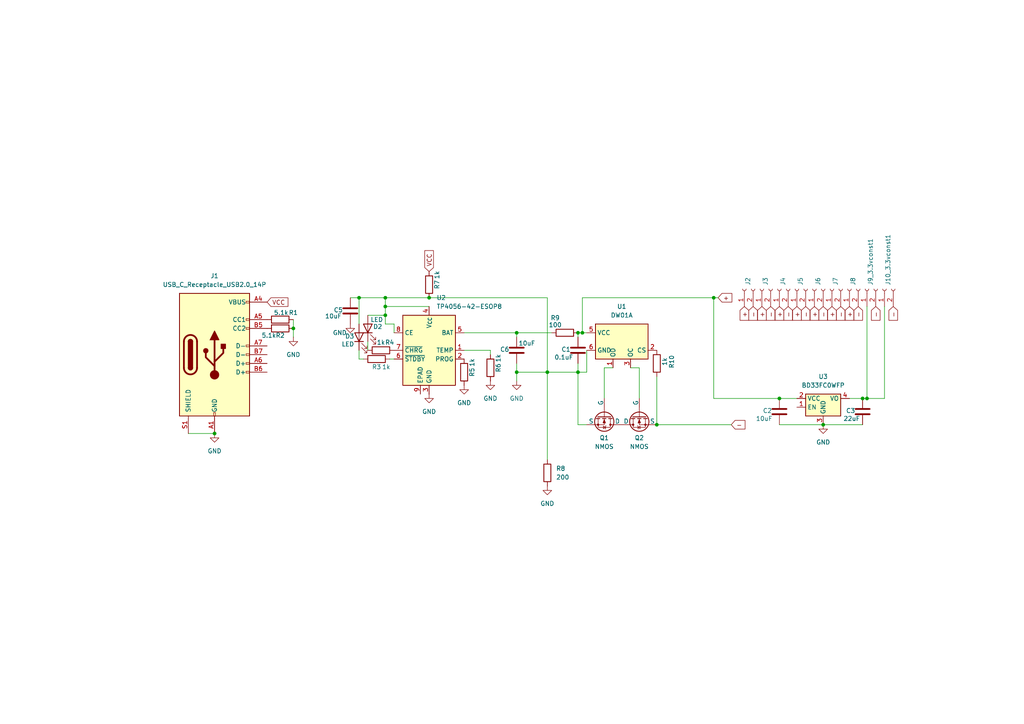
<source format=kicad_sch>
(kicad_sch
	(version 20250114)
	(generator "eeschema")
	(generator_version "9.0")
	(uuid "c6db604e-cb4d-4be5-9a1b-6c3c51d93e5e")
	(paper "A4")
	(lib_symbols
		(symbol "Battery_Management:DW01A"
			(exclude_from_sim no)
			(in_bom yes)
			(on_board yes)
			(property "Reference" "U"
				(at -6.604 6.35 0)
				(effects
					(font
						(size 1.27 1.27)
					)
				)
			)
			(property "Value" "DW01A"
				(at 4.318 6.604 0)
				(effects
					(font
						(size 1.27 1.27)
					)
				)
			)
			(property "Footprint" "Package_TO_SOT_SMD:SOT-23-6"
				(at 0 0 0)
				(effects
					(font
						(size 1.27 1.27)
					)
					(hide yes)
				)
			)
			(property "Datasheet" "https://hmsemi.com/downfile/DW01A.PDF"
				(at 0 0 0)
				(effects
					(font
						(size 1.27 1.27)
					)
					(hide yes)
				)
			)
			(property "Description" "Overcharge, overcurrent and overdischarge protection IC for single cell lithium-ion/polymer battery"
				(at 0.254 1.524 0)
				(effects
					(font
						(size 1.27 1.27)
					)
					(hide yes)
				)
			)
			(property "ki_keywords" "battery protection li-ion lipo overcurrent overdischarge overcharge"
				(at 0 0 0)
				(effects
					(font
						(size 1.27 1.27)
					)
					(hide yes)
				)
			)
			(property "ki_fp_filters" "SOT?23*"
				(at 0 0 0)
				(effects
					(font
						(size 1.27 1.27)
					)
					(hide yes)
				)
			)
			(symbol "DW01A_0_1"
				(pin power_in line
					(at -10.16 2.54 0)
					(length 2.54)
					(name "VCC"
						(effects
							(font
								(size 1.27 1.27)
							)
						)
					)
					(number "5"
						(effects
							(font
								(size 1.27 1.27)
							)
						)
					)
				)
				(pin power_in line
					(at -10.16 -2.54 0)
					(length 2.54)
					(name "GND"
						(effects
							(font
								(size 1.27 1.27)
							)
						)
					)
					(number "6"
						(effects
							(font
								(size 1.27 1.27)
							)
						)
					)
				)
				(pin output line
					(at -2.54 -7.62 90)
					(length 2.54)
					(name "OD"
						(effects
							(font
								(size 1.27 1.27)
							)
						)
					)
					(number "1"
						(effects
							(font
								(size 1.27 1.27)
							)
						)
					)
				)
				(pin output line
					(at 2.54 -7.62 90)
					(length 2.54)
					(name "OC"
						(effects
							(font
								(size 1.27 1.27)
							)
						)
					)
					(number "3"
						(effects
							(font
								(size 1.27 1.27)
							)
						)
					)
				)
				(pin input line
					(at 10.16 -2.54 180)
					(length 2.54)
					(name "CS"
						(effects
							(font
								(size 1.27 1.27)
							)
						)
					)
					(number "2"
						(effects
							(font
								(size 1.27 1.27)
							)
						)
					)
				)
			)
			(symbol "DW01A_1_1"
				(rectangle
					(start -7.62 5.08)
					(end 7.62 -5.08)
					(stroke
						(width 0.254)
						(type default)
					)
					(fill
						(type background)
					)
				)
				(pin no_connect line
					(at 10.16 2.54 180)
					(length 2.54)
					(hide yes)
					(name "TD"
						(effects
							(font
								(size 1.27 1.27)
							)
						)
					)
					(number "4"
						(effects
							(font
								(size 1.27 1.27)
							)
						)
					)
				)
			)
			(embedded_fonts no)
		)
		(symbol "Battery_Management:TP4056-42-ESOP8"
			(exclude_from_sim no)
			(in_bom yes)
			(on_board yes)
			(property "Reference" "U"
				(at -6.604 11.684 0)
				(effects
					(font
						(size 1.27 1.27)
					)
				)
			)
			(property "Value" "TP4056-42-ESOP8"
				(at 10.16 11.684 0)
				(effects
					(font
						(size 1.27 1.27)
					)
				)
			)
			(property "Footprint" "Package_SO:SOIC-8-1EP_3.9x4.9mm_P1.27mm_EP2.41x3.3mm_ThermalVias"
				(at 0.508 -22.86 0)
				(effects
					(font
						(size 1.27 1.27)
					)
					(hide yes)
				)
			)
			(property "Datasheet" "https://www.lcsc.com/datasheet/lcsc_datasheet_2410121619_TOPPOWER-Nanjing-Extension-Microelectronics-TP4056-42-ESOP8_C16581.pdf"
				(at 0 -25.4 0)
				(effects
					(font
						(size 1.27 1.27)
					)
					(hide yes)
				)
			)
			(property "Description" "1A Standalone Linear Li-ion/LiPo single-cell battery charger, 4.2V ±1% charge voltage, VCC = 4.0..8.0V, SOIC-8 (SOP-8)"
				(at 0.508 -20.32 0)
				(effects
					(font
						(size 1.27 1.27)
					)
					(hide yes)
				)
			)
			(property "ki_keywords" "lithium-ion lithium-polymer Li-Poly"
				(at 0 0 0)
				(effects
					(font
						(size 1.27 1.27)
					)
					(hide yes)
				)
			)
			(property "ki_fp_filters" "*SO*3.9x4.*P1.27mm*EP2.4*x3.3*mm*"
				(at 0 0 0)
				(effects
					(font
						(size 1.27 1.27)
					)
					(hide yes)
				)
			)
			(symbol "TP4056-42-ESOP8_1_0"
				(pin input line
					(at -10.16 5.08 0)
					(length 2.54)
					(name "CE"
						(effects
							(font
								(size 1.27 1.27)
							)
						)
					)
					(number "8"
						(effects
							(font
								(size 1.27 1.27)
							)
						)
					)
				)
				(pin open_collector line
					(at -10.16 0 0)
					(length 2.54)
					(name "~{CHRG}"
						(effects
							(font
								(size 1.27 1.27)
							)
						)
					)
					(number "7"
						(effects
							(font
								(size 1.27 1.27)
							)
						)
					)
				)
				(pin open_collector line
					(at -10.16 -2.54 0)
					(length 2.54)
					(name "~{STDBY}"
						(effects
							(font
								(size 1.27 1.27)
							)
						)
					)
					(number "6"
						(effects
							(font
								(size 1.27 1.27)
							)
						)
					)
				)
				(pin passive line
					(at -2.54 -12.7 90)
					(length 2.54)
					(name "EPAD"
						(effects
							(font
								(size 1.27 1.27)
							)
						)
					)
					(number "9"
						(effects
							(font
								(size 1.27 1.27)
							)
						)
					)
				)
				(pin power_in line
					(at 0 12.7 270)
					(length 2.54)
					(name "V_{CC}"
						(effects
							(font
								(size 1.27 1.27)
							)
						)
					)
					(number "4"
						(effects
							(font
								(size 1.27 1.27)
							)
						)
					)
				)
				(pin power_in line
					(at 0 -12.7 90)
					(length 2.54)
					(name "GND"
						(effects
							(font
								(size 1.27 1.27)
							)
						)
					)
					(number "3"
						(effects
							(font
								(size 1.27 1.27)
							)
						)
					)
				)
				(pin power_out line
					(at 10.16 5.08 180)
					(length 2.54)
					(name "BAT"
						(effects
							(font
								(size 1.27 1.27)
							)
						)
					)
					(number "5"
						(effects
							(font
								(size 1.27 1.27)
							)
						)
					)
				)
				(pin input line
					(at 10.16 0 180)
					(length 2.54)
					(name "TEMP"
						(effects
							(font
								(size 1.27 1.27)
							)
						)
					)
					(number "1"
						(effects
							(font
								(size 1.27 1.27)
							)
						)
					)
				)
				(pin passive line
					(at 10.16 -2.54 180)
					(length 2.54)
					(name "PROG"
						(effects
							(font
								(size 1.27 1.27)
							)
						)
					)
					(number "2"
						(effects
							(font
								(size 1.27 1.27)
							)
						)
					)
				)
			)
			(symbol "TP4056-42-ESOP8_1_1"
				(rectangle
					(start -7.62 10.16)
					(end 7.62 -10.16)
					(stroke
						(width 0.254)
						(type default)
					)
					(fill
						(type background)
					)
				)
			)
			(embedded_fonts no)
		)
		(symbol "Connector:Conn_01x02_Socket"
			(pin_names
				(offset 1.016)
				(hide yes)
			)
			(exclude_from_sim no)
			(in_bom yes)
			(on_board yes)
			(property "Reference" "J"
				(at 0 2.54 0)
				(effects
					(font
						(size 1.27 1.27)
					)
				)
			)
			(property "Value" "Conn_01x02_Socket"
				(at 0 -5.08 0)
				(effects
					(font
						(size 1.27 1.27)
					)
				)
			)
			(property "Footprint" ""
				(at 0 0 0)
				(effects
					(font
						(size 1.27 1.27)
					)
					(hide yes)
				)
			)
			(property "Datasheet" "~"
				(at 0 0 0)
				(effects
					(font
						(size 1.27 1.27)
					)
					(hide yes)
				)
			)
			(property "Description" "Generic connector, single row, 01x02, script generated"
				(at 0 0 0)
				(effects
					(font
						(size 1.27 1.27)
					)
					(hide yes)
				)
			)
			(property "ki_locked" ""
				(at 0 0 0)
				(effects
					(font
						(size 1.27 1.27)
					)
				)
			)
			(property "ki_keywords" "connector"
				(at 0 0 0)
				(effects
					(font
						(size 1.27 1.27)
					)
					(hide yes)
				)
			)
			(property "ki_fp_filters" "Connector*:*_1x??_*"
				(at 0 0 0)
				(effects
					(font
						(size 1.27 1.27)
					)
					(hide yes)
				)
			)
			(symbol "Conn_01x02_Socket_1_1"
				(polyline
					(pts
						(xy -1.27 0) (xy -0.508 0)
					)
					(stroke
						(width 0.1524)
						(type default)
					)
					(fill
						(type none)
					)
				)
				(polyline
					(pts
						(xy -1.27 -2.54) (xy -0.508 -2.54)
					)
					(stroke
						(width 0.1524)
						(type default)
					)
					(fill
						(type none)
					)
				)
				(arc
					(start 0 -0.508)
					(mid -0.5058 0)
					(end 0 0.508)
					(stroke
						(width 0.1524)
						(type default)
					)
					(fill
						(type none)
					)
				)
				(arc
					(start 0 -3.048)
					(mid -0.5058 -2.54)
					(end 0 -2.032)
					(stroke
						(width 0.1524)
						(type default)
					)
					(fill
						(type none)
					)
				)
				(pin passive line
					(at -5.08 0 0)
					(length 3.81)
					(name "Pin_1"
						(effects
							(font
								(size 1.27 1.27)
							)
						)
					)
					(number "1"
						(effects
							(font
								(size 1.27 1.27)
							)
						)
					)
				)
				(pin passive line
					(at -5.08 -2.54 0)
					(length 3.81)
					(name "Pin_2"
						(effects
							(font
								(size 1.27 1.27)
							)
						)
					)
					(number "2"
						(effects
							(font
								(size 1.27 1.27)
							)
						)
					)
				)
			)
			(embedded_fonts no)
		)
		(symbol "Connector:USB_C_Receptacle_USB2.0_14P"
			(pin_names
				(offset 1.016)
			)
			(exclude_from_sim no)
			(in_bom yes)
			(on_board yes)
			(property "Reference" "J"
				(at 0 22.225 0)
				(effects
					(font
						(size 1.27 1.27)
					)
				)
			)
			(property "Value" "USB_C_Receptacle_USB2.0_14P"
				(at 0 19.685 0)
				(effects
					(font
						(size 1.27 1.27)
					)
				)
			)
			(property "Footprint" ""
				(at 3.81 0 0)
				(effects
					(font
						(size 1.27 1.27)
					)
					(hide yes)
				)
			)
			(property "Datasheet" "https://www.usb.org/sites/default/files/documents/usb_type-c.zip"
				(at 3.81 0 0)
				(effects
					(font
						(size 1.27 1.27)
					)
					(hide yes)
				)
			)
			(property "Description" "USB 2.0-only 14P Type-C Receptacle connector"
				(at 0 0 0)
				(effects
					(font
						(size 1.27 1.27)
					)
					(hide yes)
				)
			)
			(property "ki_keywords" "usb universal serial bus type-C USB2.0"
				(at 0 0 0)
				(effects
					(font
						(size 1.27 1.27)
					)
					(hide yes)
				)
			)
			(property "ki_fp_filters" "USB*C*Receptacle*"
				(at 0 0 0)
				(effects
					(font
						(size 1.27 1.27)
					)
					(hide yes)
				)
			)
			(symbol "USB_C_Receptacle_USB2.0_14P_0_0"
				(rectangle
					(start -0.254 -17.78)
					(end 0.254 -16.764)
					(stroke
						(width 0)
						(type default)
					)
					(fill
						(type none)
					)
				)
				(rectangle
					(start 10.16 15.494)
					(end 9.144 14.986)
					(stroke
						(width 0)
						(type default)
					)
					(fill
						(type none)
					)
				)
				(rectangle
					(start 10.16 10.414)
					(end 9.144 9.906)
					(stroke
						(width 0)
						(type default)
					)
					(fill
						(type none)
					)
				)
				(rectangle
					(start 10.16 7.874)
					(end 9.144 7.366)
					(stroke
						(width 0)
						(type default)
					)
					(fill
						(type none)
					)
				)
				(rectangle
					(start 10.16 2.794)
					(end 9.144 2.286)
					(stroke
						(width 0)
						(type default)
					)
					(fill
						(type none)
					)
				)
				(rectangle
					(start 10.16 0.254)
					(end 9.144 -0.254)
					(stroke
						(width 0)
						(type default)
					)
					(fill
						(type none)
					)
				)
				(rectangle
					(start 10.16 -2.286)
					(end 9.144 -2.794)
					(stroke
						(width 0)
						(type default)
					)
					(fill
						(type none)
					)
				)
				(rectangle
					(start 10.16 -4.826)
					(end 9.144 -5.334)
					(stroke
						(width 0)
						(type default)
					)
					(fill
						(type none)
					)
				)
			)
			(symbol "USB_C_Receptacle_USB2.0_14P_0_1"
				(rectangle
					(start -10.16 17.78)
					(end 10.16 -17.78)
					(stroke
						(width 0.254)
						(type default)
					)
					(fill
						(type background)
					)
				)
				(polyline
					(pts
						(xy -8.89 -3.81) (xy -8.89 3.81)
					)
					(stroke
						(width 0.508)
						(type default)
					)
					(fill
						(type none)
					)
				)
				(rectangle
					(start -7.62 -3.81)
					(end -6.35 3.81)
					(stroke
						(width 0.254)
						(type default)
					)
					(fill
						(type outline)
					)
				)
				(arc
					(start -7.62 3.81)
					(mid -6.985 4.4423)
					(end -6.35 3.81)
					(stroke
						(width 0.254)
						(type default)
					)
					(fill
						(type none)
					)
				)
				(arc
					(start -7.62 3.81)
					(mid -6.985 4.4423)
					(end -6.35 3.81)
					(stroke
						(width 0.254)
						(type default)
					)
					(fill
						(type outline)
					)
				)
				(arc
					(start -8.89 3.81)
					(mid -6.985 5.7067)
					(end -5.08 3.81)
					(stroke
						(width 0.508)
						(type default)
					)
					(fill
						(type none)
					)
				)
				(arc
					(start -5.08 -3.81)
					(mid -6.985 -5.7067)
					(end -8.89 -3.81)
					(stroke
						(width 0.508)
						(type default)
					)
					(fill
						(type none)
					)
				)
				(arc
					(start -6.35 -3.81)
					(mid -6.985 -4.4423)
					(end -7.62 -3.81)
					(stroke
						(width 0.254)
						(type default)
					)
					(fill
						(type none)
					)
				)
				(arc
					(start -6.35 -3.81)
					(mid -6.985 -4.4423)
					(end -7.62 -3.81)
					(stroke
						(width 0.254)
						(type default)
					)
					(fill
						(type outline)
					)
				)
				(polyline
					(pts
						(xy -5.08 3.81) (xy -5.08 -3.81)
					)
					(stroke
						(width 0.508)
						(type default)
					)
					(fill
						(type none)
					)
				)
				(circle
					(center -2.54 1.143)
					(radius 0.635)
					(stroke
						(width 0.254)
						(type default)
					)
					(fill
						(type outline)
					)
				)
				(polyline
					(pts
						(xy -1.27 4.318) (xy 0 6.858) (xy 1.27 4.318) (xy -1.27 4.318)
					)
					(stroke
						(width 0.254)
						(type default)
					)
					(fill
						(type outline)
					)
				)
				(polyline
					(pts
						(xy 0 -2.032) (xy 2.54 0.508) (xy 2.54 1.778)
					)
					(stroke
						(width 0.508)
						(type default)
					)
					(fill
						(type none)
					)
				)
				(polyline
					(pts
						(xy 0 -3.302) (xy -2.54 -0.762) (xy -2.54 0.508)
					)
					(stroke
						(width 0.508)
						(type default)
					)
					(fill
						(type none)
					)
				)
				(polyline
					(pts
						(xy 0 -5.842) (xy 0 4.318)
					)
					(stroke
						(width 0.508)
						(type default)
					)
					(fill
						(type none)
					)
				)
				(circle
					(center 0 -5.842)
					(radius 1.27)
					(stroke
						(width 0)
						(type default)
					)
					(fill
						(type outline)
					)
				)
				(rectangle
					(start 1.905 1.778)
					(end 3.175 3.048)
					(stroke
						(width 0.254)
						(type default)
					)
					(fill
						(type outline)
					)
				)
			)
			(symbol "USB_C_Receptacle_USB2.0_14P_1_1"
				(pin passive line
					(at -7.62 -22.86 90)
					(length 5.08)
					(name "SHIELD"
						(effects
							(font
								(size 1.27 1.27)
							)
						)
					)
					(number "S1"
						(effects
							(font
								(size 1.27 1.27)
							)
						)
					)
				)
				(pin passive line
					(at 0 -22.86 90)
					(length 5.08)
					(name "GND"
						(effects
							(font
								(size 1.27 1.27)
							)
						)
					)
					(number "A1"
						(effects
							(font
								(size 1.27 1.27)
							)
						)
					)
				)
				(pin passive line
					(at 0 -22.86 90)
					(length 5.08)
					(hide yes)
					(name "GND"
						(effects
							(font
								(size 1.27 1.27)
							)
						)
					)
					(number "A12"
						(effects
							(font
								(size 1.27 1.27)
							)
						)
					)
				)
				(pin passive line
					(at 0 -22.86 90)
					(length 5.08)
					(hide yes)
					(name "GND"
						(effects
							(font
								(size 1.27 1.27)
							)
						)
					)
					(number "B1"
						(effects
							(font
								(size 1.27 1.27)
							)
						)
					)
				)
				(pin passive line
					(at 0 -22.86 90)
					(length 5.08)
					(hide yes)
					(name "GND"
						(effects
							(font
								(size 1.27 1.27)
							)
						)
					)
					(number "B12"
						(effects
							(font
								(size 1.27 1.27)
							)
						)
					)
				)
				(pin passive line
					(at 15.24 15.24 180)
					(length 5.08)
					(name "VBUS"
						(effects
							(font
								(size 1.27 1.27)
							)
						)
					)
					(number "A4"
						(effects
							(font
								(size 1.27 1.27)
							)
						)
					)
				)
				(pin passive line
					(at 15.24 15.24 180)
					(length 5.08)
					(hide yes)
					(name "VBUS"
						(effects
							(font
								(size 1.27 1.27)
							)
						)
					)
					(number "A9"
						(effects
							(font
								(size 1.27 1.27)
							)
						)
					)
				)
				(pin passive line
					(at 15.24 15.24 180)
					(length 5.08)
					(hide yes)
					(name "VBUS"
						(effects
							(font
								(size 1.27 1.27)
							)
						)
					)
					(number "B4"
						(effects
							(font
								(size 1.27 1.27)
							)
						)
					)
				)
				(pin passive line
					(at 15.24 15.24 180)
					(length 5.08)
					(hide yes)
					(name "VBUS"
						(effects
							(font
								(size 1.27 1.27)
							)
						)
					)
					(number "B9"
						(effects
							(font
								(size 1.27 1.27)
							)
						)
					)
				)
				(pin bidirectional line
					(at 15.24 10.16 180)
					(length 5.08)
					(name "CC1"
						(effects
							(font
								(size 1.27 1.27)
							)
						)
					)
					(number "A5"
						(effects
							(font
								(size 1.27 1.27)
							)
						)
					)
				)
				(pin bidirectional line
					(at 15.24 7.62 180)
					(length 5.08)
					(name "CC2"
						(effects
							(font
								(size 1.27 1.27)
							)
						)
					)
					(number "B5"
						(effects
							(font
								(size 1.27 1.27)
							)
						)
					)
				)
				(pin bidirectional line
					(at 15.24 2.54 180)
					(length 5.08)
					(name "D-"
						(effects
							(font
								(size 1.27 1.27)
							)
						)
					)
					(number "A7"
						(effects
							(font
								(size 1.27 1.27)
							)
						)
					)
				)
				(pin bidirectional line
					(at 15.24 0 180)
					(length 5.08)
					(name "D-"
						(effects
							(font
								(size 1.27 1.27)
							)
						)
					)
					(number "B7"
						(effects
							(font
								(size 1.27 1.27)
							)
						)
					)
				)
				(pin bidirectional line
					(at 15.24 -2.54 180)
					(length 5.08)
					(name "D+"
						(effects
							(font
								(size 1.27 1.27)
							)
						)
					)
					(number "A6"
						(effects
							(font
								(size 1.27 1.27)
							)
						)
					)
				)
				(pin bidirectional line
					(at 15.24 -5.08 180)
					(length 5.08)
					(name "D+"
						(effects
							(font
								(size 1.27 1.27)
							)
						)
					)
					(number "B6"
						(effects
							(font
								(size 1.27 1.27)
							)
						)
					)
				)
			)
			(embedded_fonts no)
		)
		(symbol "Device:C"
			(pin_numbers
				(hide yes)
			)
			(pin_names
				(offset 0.254)
			)
			(exclude_from_sim no)
			(in_bom yes)
			(on_board yes)
			(property "Reference" "C"
				(at 0.635 2.54 0)
				(effects
					(font
						(size 1.27 1.27)
					)
					(justify left)
				)
			)
			(property "Value" "C"
				(at 0.635 -2.54 0)
				(effects
					(font
						(size 1.27 1.27)
					)
					(justify left)
				)
			)
			(property "Footprint" ""
				(at 0.9652 -3.81 0)
				(effects
					(font
						(size 1.27 1.27)
					)
					(hide yes)
				)
			)
			(property "Datasheet" "~"
				(at 0 0 0)
				(effects
					(font
						(size 1.27 1.27)
					)
					(hide yes)
				)
			)
			(property "Description" "Unpolarized capacitor"
				(at 0 0 0)
				(effects
					(font
						(size 1.27 1.27)
					)
					(hide yes)
				)
			)
			(property "ki_keywords" "cap capacitor"
				(at 0 0 0)
				(effects
					(font
						(size 1.27 1.27)
					)
					(hide yes)
				)
			)
			(property "ki_fp_filters" "C_*"
				(at 0 0 0)
				(effects
					(font
						(size 1.27 1.27)
					)
					(hide yes)
				)
			)
			(symbol "C_0_1"
				(polyline
					(pts
						(xy -2.032 0.762) (xy 2.032 0.762)
					)
					(stroke
						(width 0.508)
						(type default)
					)
					(fill
						(type none)
					)
				)
				(polyline
					(pts
						(xy -2.032 -0.762) (xy 2.032 -0.762)
					)
					(stroke
						(width 0.508)
						(type default)
					)
					(fill
						(type none)
					)
				)
			)
			(symbol "C_1_1"
				(pin passive line
					(at 0 3.81 270)
					(length 2.794)
					(name "~"
						(effects
							(font
								(size 1.27 1.27)
							)
						)
					)
					(number "1"
						(effects
							(font
								(size 1.27 1.27)
							)
						)
					)
				)
				(pin passive line
					(at 0 -3.81 90)
					(length 2.794)
					(name "~"
						(effects
							(font
								(size 1.27 1.27)
							)
						)
					)
					(number "2"
						(effects
							(font
								(size 1.27 1.27)
							)
						)
					)
				)
			)
			(embedded_fonts no)
		)
		(symbol "Device:LED"
			(pin_numbers
				(hide yes)
			)
			(pin_names
				(offset 1.016)
				(hide yes)
			)
			(exclude_from_sim no)
			(in_bom yes)
			(on_board yes)
			(property "Reference" "D"
				(at 0 2.54 0)
				(effects
					(font
						(size 1.27 1.27)
					)
				)
			)
			(property "Value" "LED"
				(at 0 -2.54 0)
				(effects
					(font
						(size 1.27 1.27)
					)
				)
			)
			(property "Footprint" ""
				(at 0 0 0)
				(effects
					(font
						(size 1.27 1.27)
					)
					(hide yes)
				)
			)
			(property "Datasheet" "~"
				(at 0 0 0)
				(effects
					(font
						(size 1.27 1.27)
					)
					(hide yes)
				)
			)
			(property "Description" "Light emitting diode"
				(at 0 0 0)
				(effects
					(font
						(size 1.27 1.27)
					)
					(hide yes)
				)
			)
			(property "Sim.Pins" "1=K 2=A"
				(at 0 0 0)
				(effects
					(font
						(size 1.27 1.27)
					)
					(hide yes)
				)
			)
			(property "ki_keywords" "LED diode"
				(at 0 0 0)
				(effects
					(font
						(size 1.27 1.27)
					)
					(hide yes)
				)
			)
			(property "ki_fp_filters" "LED* LED_SMD:* LED_THT:*"
				(at 0 0 0)
				(effects
					(font
						(size 1.27 1.27)
					)
					(hide yes)
				)
			)
			(symbol "LED_0_1"
				(polyline
					(pts
						(xy -3.048 -0.762) (xy -4.572 -2.286) (xy -3.81 -2.286) (xy -4.572 -2.286) (xy -4.572 -1.524)
					)
					(stroke
						(width 0)
						(type default)
					)
					(fill
						(type none)
					)
				)
				(polyline
					(pts
						(xy -1.778 -0.762) (xy -3.302 -2.286) (xy -2.54 -2.286) (xy -3.302 -2.286) (xy -3.302 -1.524)
					)
					(stroke
						(width 0)
						(type default)
					)
					(fill
						(type none)
					)
				)
				(polyline
					(pts
						(xy -1.27 0) (xy 1.27 0)
					)
					(stroke
						(width 0)
						(type default)
					)
					(fill
						(type none)
					)
				)
				(polyline
					(pts
						(xy -1.27 -1.27) (xy -1.27 1.27)
					)
					(stroke
						(width 0.254)
						(type default)
					)
					(fill
						(type none)
					)
				)
				(polyline
					(pts
						(xy 1.27 -1.27) (xy 1.27 1.27) (xy -1.27 0) (xy 1.27 -1.27)
					)
					(stroke
						(width 0.254)
						(type default)
					)
					(fill
						(type none)
					)
				)
			)
			(symbol "LED_1_1"
				(pin passive line
					(at -3.81 0 0)
					(length 2.54)
					(name "K"
						(effects
							(font
								(size 1.27 1.27)
							)
						)
					)
					(number "1"
						(effects
							(font
								(size 1.27 1.27)
							)
						)
					)
				)
				(pin passive line
					(at 3.81 0 180)
					(length 2.54)
					(name "A"
						(effects
							(font
								(size 1.27 1.27)
							)
						)
					)
					(number "2"
						(effects
							(font
								(size 1.27 1.27)
							)
						)
					)
				)
			)
			(embedded_fonts no)
		)
		(symbol "Device:R"
			(pin_numbers
				(hide yes)
			)
			(pin_names
				(offset 0)
			)
			(exclude_from_sim no)
			(in_bom yes)
			(on_board yes)
			(property "Reference" "R"
				(at 2.032 0 90)
				(effects
					(font
						(size 1.27 1.27)
					)
				)
			)
			(property "Value" "R"
				(at 0 0 90)
				(effects
					(font
						(size 1.27 1.27)
					)
				)
			)
			(property "Footprint" ""
				(at -1.778 0 90)
				(effects
					(font
						(size 1.27 1.27)
					)
					(hide yes)
				)
			)
			(property "Datasheet" "~"
				(at 0 0 0)
				(effects
					(font
						(size 1.27 1.27)
					)
					(hide yes)
				)
			)
			(property "Description" "Resistor"
				(at 0 0 0)
				(effects
					(font
						(size 1.27 1.27)
					)
					(hide yes)
				)
			)
			(property "ki_keywords" "R res resistor"
				(at 0 0 0)
				(effects
					(font
						(size 1.27 1.27)
					)
					(hide yes)
				)
			)
			(property "ki_fp_filters" "R_*"
				(at 0 0 0)
				(effects
					(font
						(size 1.27 1.27)
					)
					(hide yes)
				)
			)
			(symbol "R_0_1"
				(rectangle
					(start -1.016 -2.54)
					(end 1.016 2.54)
					(stroke
						(width 0.254)
						(type default)
					)
					(fill
						(type none)
					)
				)
			)
			(symbol "R_1_1"
				(pin passive line
					(at 0 3.81 270)
					(length 1.27)
					(name "~"
						(effects
							(font
								(size 1.27 1.27)
							)
						)
					)
					(number "1"
						(effects
							(font
								(size 1.27 1.27)
							)
						)
					)
				)
				(pin passive line
					(at 0 -3.81 90)
					(length 1.27)
					(name "~"
						(effects
							(font
								(size 1.27 1.27)
							)
						)
					)
					(number "2"
						(effects
							(font
								(size 1.27 1.27)
							)
						)
					)
				)
			)
			(embedded_fonts no)
		)
		(symbol "Regulator_Linear:BD33FC0WFP"
			(exclude_from_sim no)
			(in_bom yes)
			(on_board yes)
			(property "Reference" "U"
				(at 0 7.62 0)
				(effects
					(font
						(size 1.27 1.27)
					)
				)
			)
			(property "Value" "BD33FC0WFP"
				(at 0 5.08 0)
				(effects
					(font
						(size 1.27 1.27)
					)
				)
			)
			(property "Footprint" "Package_TO_SOT_SMD:TO-252-4"
				(at 0 2.54 0)
				(effects
					(font
						(size 1.27 1.27)
					)
					(hide yes)
				)
			)
			(property "Datasheet" "https://fscdn.rohm.com/en/products/databook/datasheet/ic/power/linear_regulator/bdxxfc0wefj-e.pdf"
				(at 0 10.16 0)
				(effects
					(font
						(size 1.27 1.27)
					)
					(hide yes)
				)
			)
			(property "Description" "1A, 3.3V LDO regulator with OVP & TSP, with enable, TO-252"
				(at 0 0 0)
				(effects
					(font
						(size 1.27 1.27)
					)
					(hide yes)
				)
			)
			(property "ki_keywords" "linear regulator fixed positive over voltage protection thermal shutdown"
				(at 0 0 0)
				(effects
					(font
						(size 1.27 1.27)
					)
					(hide yes)
				)
			)
			(property "ki_fp_filters" "TO?252*"
				(at 0 0 0)
				(effects
					(font
						(size 1.27 1.27)
					)
					(hide yes)
				)
			)
			(symbol "BD33FC0WFP_1_1"
				(rectangle
					(start -5.08 -5.08)
					(end 5.08 1.27)
					(stroke
						(width 0.254)
						(type default)
					)
					(fill
						(type background)
					)
				)
				(pin power_in line
					(at -7.62 0 0)
					(length 2.54)
					(name "VCC"
						(effects
							(font
								(size 1.27 1.27)
							)
						)
					)
					(number "2"
						(effects
							(font
								(size 1.27 1.27)
							)
						)
					)
				)
				(pin input line
					(at -7.62 -2.54 0)
					(length 2.54)
					(name "EN"
						(effects
							(font
								(size 1.27 1.27)
							)
						)
					)
					(number "1"
						(effects
							(font
								(size 1.27 1.27)
							)
						)
					)
				)
				(pin power_in line
					(at 0 -7.62 90)
					(length 2.54)
					(name "GND"
						(effects
							(font
								(size 1.27 1.27)
							)
						)
					)
					(number "3"
						(effects
							(font
								(size 1.27 1.27)
							)
						)
					)
				)
				(pin no_connect line
					(at 5.08 -2.54 180)
					(length 2.54)
					(hide yes)
					(name "NC"
						(effects
							(font
								(size 1.27 1.27)
							)
						)
					)
					(number "5"
						(effects
							(font
								(size 1.27 1.27)
							)
						)
					)
				)
				(pin power_out line
					(at 7.62 0 180)
					(length 2.54)
					(name "VO"
						(effects
							(font
								(size 1.27 1.27)
							)
						)
					)
					(number "4"
						(effects
							(font
								(size 1.27 1.27)
							)
						)
					)
				)
			)
			(embedded_fonts no)
		)
		(symbol "Simulation_SPICE:NMOS"
			(pin_numbers
				(hide yes)
			)
			(pin_names
				(offset 0)
			)
			(exclude_from_sim no)
			(in_bom yes)
			(on_board yes)
			(property "Reference" "Q"
				(at 5.08 1.27 0)
				(effects
					(font
						(size 1.27 1.27)
					)
					(justify left)
				)
			)
			(property "Value" "NMOS"
				(at 5.08 -1.27 0)
				(effects
					(font
						(size 1.27 1.27)
					)
					(justify left)
				)
			)
			(property "Footprint" ""
				(at 5.08 2.54 0)
				(effects
					(font
						(size 1.27 1.27)
					)
					(hide yes)
				)
			)
			(property "Datasheet" "https://ngspice.sourceforge.io/docs/ngspice-html-manual/manual.xhtml#cha_MOSFETs"
				(at 0 -12.7 0)
				(effects
					(font
						(size 1.27 1.27)
					)
					(hide yes)
				)
			)
			(property "Description" "N-MOSFET transistor, drain/source/gate"
				(at 0 0 0)
				(effects
					(font
						(size 1.27 1.27)
					)
					(hide yes)
				)
			)
			(property "Sim.Device" "NMOS"
				(at 0 -17.145 0)
				(effects
					(font
						(size 1.27 1.27)
					)
					(hide yes)
				)
			)
			(property "Sim.Type" "VDMOS"
				(at 0 -19.05 0)
				(effects
					(font
						(size 1.27 1.27)
					)
					(hide yes)
				)
			)
			(property "Sim.Pins" "1=D 2=G 3=S"
				(at 0 -15.24 0)
				(effects
					(font
						(size 1.27 1.27)
					)
					(hide yes)
				)
			)
			(property "ki_keywords" "transistor NMOS N-MOS N-MOSFET simulation"
				(at 0 0 0)
				(effects
					(font
						(size 1.27 1.27)
					)
					(hide yes)
				)
			)
			(symbol "NMOS_0_1"
				(polyline
					(pts
						(xy 0.254 1.905) (xy 0.254 -1.905)
					)
					(stroke
						(width 0.254)
						(type default)
					)
					(fill
						(type none)
					)
				)
				(polyline
					(pts
						(xy 0.254 0) (xy -2.54 0)
					)
					(stroke
						(width 0)
						(type default)
					)
					(fill
						(type none)
					)
				)
				(polyline
					(pts
						(xy 0.762 2.286) (xy 0.762 1.27)
					)
					(stroke
						(width 0.254)
						(type default)
					)
					(fill
						(type none)
					)
				)
				(polyline
					(pts
						(xy 0.762 0.508) (xy 0.762 -0.508)
					)
					(stroke
						(width 0.254)
						(type default)
					)
					(fill
						(type none)
					)
				)
				(polyline
					(pts
						(xy 0.762 -1.27) (xy 0.762 -2.286)
					)
					(stroke
						(width 0.254)
						(type default)
					)
					(fill
						(type none)
					)
				)
				(polyline
					(pts
						(xy 0.762 -1.778) (xy 3.302 -1.778) (xy 3.302 1.778) (xy 0.762 1.778)
					)
					(stroke
						(width 0)
						(type default)
					)
					(fill
						(type none)
					)
				)
				(polyline
					(pts
						(xy 1.016 0) (xy 2.032 0.381) (xy 2.032 -0.381) (xy 1.016 0)
					)
					(stroke
						(width 0)
						(type default)
					)
					(fill
						(type outline)
					)
				)
				(circle
					(center 1.651 0)
					(radius 2.794)
					(stroke
						(width 0.254)
						(type default)
					)
					(fill
						(type none)
					)
				)
				(polyline
					(pts
						(xy 2.54 2.54) (xy 2.54 1.778)
					)
					(stroke
						(width 0)
						(type default)
					)
					(fill
						(type none)
					)
				)
				(circle
					(center 2.54 1.778)
					(radius 0.254)
					(stroke
						(width 0)
						(type default)
					)
					(fill
						(type outline)
					)
				)
				(circle
					(center 2.54 -1.778)
					(radius 0.254)
					(stroke
						(width 0)
						(type default)
					)
					(fill
						(type outline)
					)
				)
				(polyline
					(pts
						(xy 2.54 -2.54) (xy 2.54 0) (xy 0.762 0)
					)
					(stroke
						(width 0)
						(type default)
					)
					(fill
						(type none)
					)
				)
				(polyline
					(pts
						(xy 2.794 0.508) (xy 2.921 0.381) (xy 3.683 0.381) (xy 3.81 0.254)
					)
					(stroke
						(width 0)
						(type default)
					)
					(fill
						(type none)
					)
				)
				(polyline
					(pts
						(xy 3.302 0.381) (xy 2.921 -0.254) (xy 3.683 -0.254) (xy 3.302 0.381)
					)
					(stroke
						(width 0)
						(type default)
					)
					(fill
						(type none)
					)
				)
			)
			(symbol "NMOS_1_1"
				(pin input line
					(at -5.08 0 0)
					(length 2.54)
					(name "G"
						(effects
							(font
								(size 1.27 1.27)
							)
						)
					)
					(number "2"
						(effects
							(font
								(size 1.27 1.27)
							)
						)
					)
				)
				(pin passive line
					(at 2.54 5.08 270)
					(length 2.54)
					(name "D"
						(effects
							(font
								(size 1.27 1.27)
							)
						)
					)
					(number "1"
						(effects
							(font
								(size 1.27 1.27)
							)
						)
					)
				)
				(pin passive line
					(at 2.54 -5.08 90)
					(length 2.54)
					(name "S"
						(effects
							(font
								(size 1.27 1.27)
							)
						)
					)
					(number "3"
						(effects
							(font
								(size 1.27 1.27)
							)
						)
					)
				)
			)
			(embedded_fonts no)
		)
		(symbol "power:GND"
			(power)
			(pin_numbers
				(hide yes)
			)
			(pin_names
				(offset 0)
				(hide yes)
			)
			(exclude_from_sim no)
			(in_bom yes)
			(on_board yes)
			(property "Reference" "#PWR"
				(at 0 -6.35 0)
				(effects
					(font
						(size 1.27 1.27)
					)
					(hide yes)
				)
			)
			(property "Value" "GND"
				(at 0 -3.81 0)
				(effects
					(font
						(size 1.27 1.27)
					)
				)
			)
			(property "Footprint" ""
				(at 0 0 0)
				(effects
					(font
						(size 1.27 1.27)
					)
					(hide yes)
				)
			)
			(property "Datasheet" ""
				(at 0 0 0)
				(effects
					(font
						(size 1.27 1.27)
					)
					(hide yes)
				)
			)
			(property "Description" "Power symbol creates a global label with name \"GND\" , ground"
				(at 0 0 0)
				(effects
					(font
						(size 1.27 1.27)
					)
					(hide yes)
				)
			)
			(property "ki_keywords" "global power"
				(at 0 0 0)
				(effects
					(font
						(size 1.27 1.27)
					)
					(hide yes)
				)
			)
			(symbol "GND_0_1"
				(polyline
					(pts
						(xy 0 0) (xy 0 -1.27) (xy 1.27 -1.27) (xy 0 -2.54) (xy -1.27 -1.27) (xy 0 -1.27)
					)
					(stroke
						(width 0)
						(type default)
					)
					(fill
						(type none)
					)
				)
			)
			(symbol "GND_1_1"
				(pin power_in line
					(at 0 0 270)
					(length 0)
					(name "~"
						(effects
							(font
								(size 1.27 1.27)
							)
						)
					)
					(number "1"
						(effects
							(font
								(size 1.27 1.27)
							)
						)
					)
				)
			)
			(embedded_fonts no)
		)
	)
	(junction
		(at 149.86 107.95)
		(diameter 0)
		(color 0 0 0 0)
		(uuid "2ee6a834-2f20-4399-9a85-c336b3ce7df5")
	)
	(junction
		(at 190.5 123.19)
		(diameter 0)
		(color 0 0 0 0)
		(uuid "3e017935-d824-4a0f-be84-177f01645f3a")
	)
	(junction
		(at 62.23 125.73)
		(diameter 0)
		(color 0 0 0 0)
		(uuid "45b2cbe0-235e-41e9-ac4e-fb7db6b0ee81")
	)
	(junction
		(at 167.64 107.95)
		(diameter 0)
		(color 0 0 0 0)
		(uuid "47038ae3-9c43-48c1-80db-98fb3393a76b")
	)
	(junction
		(at 111.76 88.9)
		(diameter 0)
		(color 0 0 0 0)
		(uuid "5495f191-d503-4388-b0e8-ae7db991a0dc")
	)
	(junction
		(at 250.19 115.57)
		(diameter 0)
		(color 0 0 0 0)
		(uuid "5df1446f-1579-4b20-8ac7-5c6ae4f60f9a")
	)
	(junction
		(at 251.46 115.57)
		(diameter 0)
		(color 0 0 0 0)
		(uuid "5e6ab02a-e94c-4bdd-aa6b-b4bdc58af322")
	)
	(junction
		(at 104.14 86.36)
		(diameter 0)
		(color 0 0 0 0)
		(uuid "70be379f-3439-4c1c-b798-4cfe987bcc87")
	)
	(junction
		(at 158.75 107.95)
		(diameter 0)
		(color 0 0 0 0)
		(uuid "7d271391-993a-41d9-b84b-234b76aa7e5d")
	)
	(junction
		(at 207.01 86.36)
		(diameter 0)
		(color 0 0 0 0)
		(uuid "7d45ee8d-53ef-46a0-ab0a-5cb5b03d9679")
	)
	(junction
		(at 85.09 95.25)
		(diameter 0)
		(color 0 0 0 0)
		(uuid "878d159f-93e9-41b2-98ff-4aa1e57501f0")
	)
	(junction
		(at 111.76 86.36)
		(diameter 0)
		(color 0 0 0 0)
		(uuid "ab5047bd-2d1a-4fd6-a254-24e22caad3aa")
	)
	(junction
		(at 124.46 86.36)
		(diameter 0)
		(color 0 0 0 0)
		(uuid "c7576b6f-5f6d-456c-8cd9-ffe8f31bb94e")
	)
	(junction
		(at 238.76 123.19)
		(diameter 0)
		(color 0 0 0 0)
		(uuid "cf1a736b-9b2c-4583-96ea-b404125bed6a")
	)
	(junction
		(at 167.64 96.52)
		(diameter 0)
		(color 0 0 0 0)
		(uuid "d0473ee6-c909-4dc3-bc22-1ca24e0d0b94")
	)
	(junction
		(at 168.91 96.52)
		(diameter 0)
		(color 0 0 0 0)
		(uuid "f0b6dee3-d2ae-4ece-9d16-27fe0353ca10")
	)
	(junction
		(at 149.86 96.52)
		(diameter 0)
		(color 0 0 0 0)
		(uuid "f4ff734c-7a80-40ff-9798-487d20730da7")
	)
	(junction
		(at 111.76 91.44)
		(diameter 0)
		(color 0 0 0 0)
		(uuid "f5859536-65b7-4f03-a7c0-4541a1088c2e")
	)
	(junction
		(at 226.06 115.57)
		(diameter 0)
		(color 0 0 0 0)
		(uuid "ff0348bf-6134-4bb4-80fe-7615c5e1e4a3")
	)
	(wire
		(pts
			(xy 175.26 115.57) (xy 175.26 106.68)
		)
		(stroke
			(width 0)
			(type default)
		)
		(uuid "013f0c60-2d97-4089-b1f9-3ec1ff1a7381")
	)
	(wire
		(pts
			(xy 104.14 93.98) (xy 104.14 86.36)
		)
		(stroke
			(width 0)
			(type default)
		)
		(uuid "07233ff6-2c02-4b40-93cb-483f0bcc3542")
	)
	(wire
		(pts
			(xy 114.3 93.98) (xy 111.76 93.98)
		)
		(stroke
			(width 0)
			(type default)
		)
		(uuid "07272bb4-0b06-4ce3-9433-2d354097c09a")
	)
	(wire
		(pts
			(xy 111.76 86.36) (xy 124.46 86.36)
		)
		(stroke
			(width 0)
			(type default)
		)
		(uuid "0967d816-0e91-42b9-b8c2-f81566570827")
	)
	(wire
		(pts
			(xy 149.86 96.52) (xy 149.86 97.79)
		)
		(stroke
			(width 0)
			(type default)
		)
		(uuid "1400b840-3194-4371-919e-53a3c59ab9c8")
	)
	(wire
		(pts
			(xy 167.64 107.95) (xy 170.18 107.95)
		)
		(stroke
			(width 0)
			(type default)
		)
		(uuid "19da7f2b-a7be-494b-aa8c-df9dd0228477")
	)
	(wire
		(pts
			(xy 251.46 88.9) (xy 251.46 115.57)
		)
		(stroke
			(width 0)
			(type default)
		)
		(uuid "22f4d611-fc09-4689-9fda-b07eec37152e")
	)
	(wire
		(pts
			(xy 238.76 123.19) (xy 250.19 123.19)
		)
		(stroke
			(width 0)
			(type default)
		)
		(uuid "27486d7d-de0c-4f48-9c5e-11abc2e16bec")
	)
	(wire
		(pts
			(xy 105.41 104.14) (xy 104.14 104.14)
		)
		(stroke
			(width 0)
			(type default)
		)
		(uuid "2ac7dbe8-eb03-459e-8aec-e3266a159aac")
	)
	(wire
		(pts
			(xy 111.76 88.9) (xy 111.76 91.44)
		)
		(stroke
			(width 0)
			(type default)
		)
		(uuid "2b1088b8-08c9-44d6-b1a4-9efe0a20de89")
	)
	(wire
		(pts
			(xy 158.75 107.95) (xy 158.75 133.35)
		)
		(stroke
			(width 0)
			(type default)
		)
		(uuid "2f04a532-d13a-48b5-ae32-e72c54eac2a2")
	)
	(wire
		(pts
			(xy 111.76 88.9) (xy 111.76 86.36)
		)
		(stroke
			(width 0)
			(type default)
		)
		(uuid "35f13a66-4ae7-4936-9b54-35818cf5cbb5")
	)
	(wire
		(pts
			(xy 167.64 123.19) (xy 170.18 123.19)
		)
		(stroke
			(width 0)
			(type default)
		)
		(uuid "3d549939-271f-4390-a97f-2ac13cd5d433")
	)
	(wire
		(pts
			(xy 134.62 96.52) (xy 149.86 96.52)
		)
		(stroke
			(width 0)
			(type default)
		)
		(uuid "3e740d4d-8fde-40af-9523-9e336cae65fa")
	)
	(wire
		(pts
			(xy 226.06 115.57) (xy 231.14 115.57)
		)
		(stroke
			(width 0)
			(type default)
		)
		(uuid "3f648251-8eed-4558-bcb6-0cfeb3adb0df")
	)
	(wire
		(pts
			(xy 106.68 91.44) (xy 111.76 91.44)
		)
		(stroke
			(width 0)
			(type default)
		)
		(uuid "4010d001-475f-499b-acd5-eea93fc318d0")
	)
	(wire
		(pts
			(xy 85.09 97.79) (xy 85.09 95.25)
		)
		(stroke
			(width 0)
			(type default)
		)
		(uuid "41f907da-e220-4900-9055-c9ee3675e4cf")
	)
	(wire
		(pts
			(xy 149.86 107.95) (xy 149.86 105.41)
		)
		(stroke
			(width 0)
			(type default)
		)
		(uuid "4b7e313f-af2b-4958-bfbe-cfdfc12e9a1c")
	)
	(wire
		(pts
			(xy 149.86 110.49) (xy 149.86 107.95)
		)
		(stroke
			(width 0)
			(type default)
		)
		(uuid "50c1334d-7c1f-455c-bd6d-706e52ef8ba6")
	)
	(wire
		(pts
			(xy 212.09 123.19) (xy 190.5 123.19)
		)
		(stroke
			(width 0)
			(type default)
		)
		(uuid "5371d711-6df0-4f20-9757-9bd5f6d630d6")
	)
	(wire
		(pts
			(xy 111.76 88.9) (xy 124.46 88.9)
		)
		(stroke
			(width 0)
			(type default)
		)
		(uuid "544732c6-b328-4f43-8c89-2b4cfd08c2f9")
	)
	(wire
		(pts
			(xy 134.62 101.6) (xy 142.24 101.6)
		)
		(stroke
			(width 0)
			(type default)
		)
		(uuid "61f04312-03e3-4152-a27b-795e59caaaa7")
	)
	(wire
		(pts
			(xy 226.06 123.19) (xy 238.76 123.19)
		)
		(stroke
			(width 0)
			(type default)
		)
		(uuid "671f7b9b-7759-4bca-9d5f-114c0470a337")
	)
	(wire
		(pts
			(xy 246.38 115.57) (xy 250.19 115.57)
		)
		(stroke
			(width 0)
			(type default)
		)
		(uuid "6bd6b384-dfd6-48af-b182-ab2a8235bc40")
	)
	(wire
		(pts
			(xy 185.42 115.57) (xy 185.42 106.68)
		)
		(stroke
			(width 0)
			(type default)
		)
		(uuid "7748bf5f-19c5-4ac9-9d1a-94ee66e35f1c")
	)
	(wire
		(pts
			(xy 104.14 86.36) (xy 111.76 86.36)
		)
		(stroke
			(width 0)
			(type default)
		)
		(uuid "80fd83bf-1e34-4019-ae27-17073e1f9cc9")
	)
	(wire
		(pts
			(xy 185.42 106.68) (xy 182.88 106.68)
		)
		(stroke
			(width 0)
			(type default)
		)
		(uuid "82d98f98-869a-4da9-bf16-a29bfea3afcc")
	)
	(wire
		(pts
			(xy 175.26 106.68) (xy 177.8 106.68)
		)
		(stroke
			(width 0)
			(type default)
		)
		(uuid "837fc997-0405-441b-beca-d5ec47e76d42")
	)
	(wire
		(pts
			(xy 167.64 105.41) (xy 167.64 107.95)
		)
		(stroke
			(width 0)
			(type default)
		)
		(uuid "83d5cca2-4b30-4908-98ee-fd8b3b610017")
	)
	(wire
		(pts
			(xy 190.5 109.22) (xy 190.5 123.19)
		)
		(stroke
			(width 0)
			(type default)
		)
		(uuid "87aa9bb5-dca1-4251-ad64-89a61b0a75f9")
	)
	(wire
		(pts
			(xy 250.19 115.57) (xy 251.46 115.57)
		)
		(stroke
			(width 0)
			(type default)
		)
		(uuid "9e679268-61ab-4d09-937e-79560fe47bf7")
	)
	(wire
		(pts
			(xy 106.68 99.06) (xy 106.68 101.6)
		)
		(stroke
			(width 0)
			(type default)
		)
		(uuid "a0255a71-4834-4b70-94e1-05e808268f61")
	)
	(wire
		(pts
			(xy 54.61 125.73) (xy 62.23 125.73)
		)
		(stroke
			(width 0)
			(type default)
		)
		(uuid "a7270d5a-c3a3-4fc2-a7ea-337881039ef9")
	)
	(wire
		(pts
			(xy 168.91 86.36) (xy 168.91 96.52)
		)
		(stroke
			(width 0)
			(type default)
		)
		(uuid "a9c332f2-7e07-4662-887f-1b3171cbdaa0")
	)
	(wire
		(pts
			(xy 124.46 86.36) (xy 158.75 86.36)
		)
		(stroke
			(width 0)
			(type default)
		)
		(uuid "aa0da5f9-b76d-421f-b329-e9be0bea7fd4")
	)
	(wire
		(pts
			(xy 113.03 104.14) (xy 114.3 104.14)
		)
		(stroke
			(width 0)
			(type default)
		)
		(uuid "abea6dc0-8f12-4994-9b86-09376cc9c63f")
	)
	(wire
		(pts
			(xy 104.14 86.36) (xy 101.6 86.36)
		)
		(stroke
			(width 0)
			(type default)
		)
		(uuid "b35b5bfa-be3d-4001-b0c4-54738b9255a2")
	)
	(wire
		(pts
			(xy 251.46 115.57) (xy 256.54 115.57)
		)
		(stroke
			(width 0)
			(type default)
		)
		(uuid "bb86e7ec-4ad0-46d1-8344-80637f920dbc")
	)
	(wire
		(pts
			(xy 111.76 91.44) (xy 111.76 93.98)
		)
		(stroke
			(width 0)
			(type default)
		)
		(uuid "bc21bd0b-0062-463e-8da6-aa0ff88493ca")
	)
	(wire
		(pts
			(xy 149.86 107.95) (xy 158.75 107.95)
		)
		(stroke
			(width 0)
			(type default)
		)
		(uuid "bc2e67ca-50ac-4107-bd3e-6fd466f1c583")
	)
	(wire
		(pts
			(xy 207.01 115.57) (xy 226.06 115.57)
		)
		(stroke
			(width 0)
			(type default)
		)
		(uuid "be48ff78-c66b-453d-9715-8ceb7351c009")
	)
	(wire
		(pts
			(xy 149.86 96.52) (xy 160.02 96.52)
		)
		(stroke
			(width 0)
			(type default)
		)
		(uuid "cbbb3985-26ef-4d57-b338-80a0d0794c63")
	)
	(wire
		(pts
			(xy 167.64 96.52) (xy 167.64 97.79)
		)
		(stroke
			(width 0)
			(type default)
		)
		(uuid "cc3efa56-bb1e-4b30-b51a-69bfe003dd78")
	)
	(wire
		(pts
			(xy 104.14 101.6) (xy 104.14 104.14)
		)
		(stroke
			(width 0)
			(type default)
		)
		(uuid "d259699c-c56d-4228-bd97-4ec50b359c0b")
	)
	(wire
		(pts
			(xy 208.28 86.36) (xy 207.01 86.36)
		)
		(stroke
			(width 0)
			(type default)
		)
		(uuid "dc2be914-a418-471e-8dd9-a494396a318f")
	)
	(wire
		(pts
			(xy 142.24 101.6) (xy 142.24 102.87)
		)
		(stroke
			(width 0)
			(type default)
		)
		(uuid "df65a4bb-e6e2-447d-8160-e7f8dfd32053")
	)
	(wire
		(pts
			(xy 167.64 107.95) (xy 167.64 123.19)
		)
		(stroke
			(width 0)
			(type default)
		)
		(uuid "e181c06c-916b-4e53-80db-11b2b9bfd2e9")
	)
	(wire
		(pts
			(xy 85.09 92.71) (xy 85.09 95.25)
		)
		(stroke
			(width 0)
			(type default)
		)
		(uuid "e206afd8-7fba-454d-be4d-5103dd34117b")
	)
	(wire
		(pts
			(xy 158.75 86.36) (xy 158.75 107.95)
		)
		(stroke
			(width 0)
			(type default)
		)
		(uuid "e3d3df8a-eca8-4217-8c0d-be6cb91e5bed")
	)
	(wire
		(pts
			(xy 158.75 107.95) (xy 167.64 107.95)
		)
		(stroke
			(width 0)
			(type default)
		)
		(uuid "e45d8dda-eb21-41f7-8725-c21036f268ac")
	)
	(wire
		(pts
			(xy 170.18 101.6) (xy 170.18 107.95)
		)
		(stroke
			(width 0)
			(type default)
		)
		(uuid "e9ba0bf1-57a6-4b14-b6d9-c77941138c04")
	)
	(wire
		(pts
			(xy 207.01 86.36) (xy 168.91 86.36)
		)
		(stroke
			(width 0)
			(type default)
		)
		(uuid "eb001d19-4ba3-413a-9d26-ff2c87de1bc8")
	)
	(wire
		(pts
			(xy 207.01 86.36) (xy 207.01 115.57)
		)
		(stroke
			(width 0)
			(type default)
		)
		(uuid "f034be1e-63a6-4e32-8d04-4f54a50a38c0")
	)
	(wire
		(pts
			(xy 114.3 93.98) (xy 114.3 96.52)
		)
		(stroke
			(width 0)
			(type default)
		)
		(uuid "f268a705-5d2d-44f8-9aec-e9861c6f64c4")
	)
	(wire
		(pts
			(xy 168.91 96.52) (xy 170.18 96.52)
		)
		(stroke
			(width 0)
			(type default)
		)
		(uuid "f4f2a1cc-d671-41ce-b979-3eb185d1452c")
	)
	(wire
		(pts
			(xy 256.54 88.9) (xy 256.54 115.57)
		)
		(stroke
			(width 0)
			(type default)
		)
		(uuid "f9f0e9e6-2ade-403b-bcae-77fe1d58813b")
	)
	(wire
		(pts
			(xy 167.64 96.52) (xy 168.91 96.52)
		)
		(stroke
			(width 0)
			(type default)
		)
		(uuid "fcd0b648-a17c-45cd-8ac7-36dc5dd4a90a")
	)
	(global_label "-"
		(shape input)
		(at 218.44 88.9 270)
		(fields_autoplaced yes)
		(effects
			(font
				(size 1.27 1.27)
			)
			(justify right)
		)
		(uuid "12956dc9-bee3-4fd3-a3c8-be10adff4016")
		(property "Intersheetrefs" "${INTERSHEET_REFS}"
			(at 218.44 93.4576 90)
			(effects
				(font
					(size 1.27 1.27)
				)
				(justify right)
				(hide yes)
			)
		)
	)
	(global_label "+"
		(shape input)
		(at 236.22 88.9 270)
		(fields_autoplaced yes)
		(effects
			(font
				(size 1.27 1.27)
			)
			(justify right)
		)
		(uuid "17ba6fa6-481e-4dab-bad8-4e7cc1f2d9af")
		(property "Intersheetrefs" "${INTERSHEET_REFS}"
			(at 236.22 93.4576 90)
			(effects
				(font
					(size 1.27 1.27)
				)
				(justify right)
				(hide yes)
			)
		)
	)
	(global_label "VCC"
		(shape input)
		(at 77.47 87.63 0)
		(fields_autoplaced yes)
		(effects
			(font
				(size 1.27 1.27)
			)
			(justify left)
		)
		(uuid "1d7ce391-5651-4358-b4b5-8e6e190accd3")
		(property "Intersheetrefs" "${INTERSHEET_REFS}"
			(at 84.0838 87.63 0)
			(effects
				(font
					(size 1.27 1.27)
				)
				(justify left)
				(hide yes)
			)
		)
	)
	(global_label "+"
		(shape input)
		(at 246.38 88.9 270)
		(fields_autoplaced yes)
		(effects
			(font
				(size 1.27 1.27)
			)
			(justify right)
		)
		(uuid "1e3a3492-e6dd-4c2d-91ad-d91a320bf7b0")
		(property "Intersheetrefs" "${INTERSHEET_REFS}"
			(at 246.38 93.4576 90)
			(effects
				(font
					(size 1.27 1.27)
				)
				(justify right)
				(hide yes)
			)
		)
	)
	(global_label "+"
		(shape input)
		(at 231.14 88.9 270)
		(fields_autoplaced yes)
		(effects
			(font
				(size 1.27 1.27)
			)
			(justify right)
		)
		(uuid "1fe86733-be3e-404e-99bd-c24c059033c9")
		(property "Intersheetrefs" "${INTERSHEET_REFS}"
			(at 231.14 93.4576 90)
			(effects
				(font
					(size 1.27 1.27)
				)
				(justify right)
				(hide yes)
			)
		)
	)
	(global_label "-"
		(shape input)
		(at 228.6 88.9 270)
		(fields_autoplaced yes)
		(effects
			(font
				(size 1.27 1.27)
			)
			(justify right)
		)
		(uuid "23059bad-0f31-43cb-aaf4-1c547bc8d5e6")
		(property "Intersheetrefs" "${INTERSHEET_REFS}"
			(at 228.6 93.4576 90)
			(effects
				(font
					(size 1.27 1.27)
				)
				(justify right)
				(hide yes)
			)
		)
	)
	(global_label "+"
		(shape input)
		(at 220.98 88.9 270)
		(fields_autoplaced yes)
		(effects
			(font
				(size 1.27 1.27)
			)
			(justify right)
		)
		(uuid "44897877-2879-4110-be37-581ee7a974aa")
		(property "Intersheetrefs" "${INTERSHEET_REFS}"
			(at 220.98 93.4576 90)
			(effects
				(font
					(size 1.27 1.27)
				)
				(justify right)
				(hide yes)
			)
		)
	)
	(global_label "+"
		(shape input)
		(at 215.9 88.9 270)
		(fields_autoplaced yes)
		(effects
			(font
				(size 1.27 1.27)
			)
			(justify right)
		)
		(uuid "82bcf4df-955f-463d-96d0-ad14eeb37c4a")
		(property "Intersheetrefs" "${INTERSHEET_REFS}"
			(at 215.9 93.4576 90)
			(effects
				(font
					(size 1.27 1.27)
				)
				(justify right)
				(hide yes)
			)
		)
	)
	(global_label "+"
		(shape input)
		(at 226.06 88.9 270)
		(fields_autoplaced yes)
		(effects
			(font
				(size 1.27 1.27)
			)
			(justify right)
		)
		(uuid "8ea396f6-ba0a-4491-a645-53c38b97a7de")
		(property "Intersheetrefs" "${INTERSHEET_REFS}"
			(at 226.06 93.4576 90)
			(effects
				(font
					(size 1.27 1.27)
				)
				(justify right)
				(hide yes)
			)
		)
	)
	(global_label "-"
		(shape input)
		(at 238.76 88.9 270)
		(fields_autoplaced yes)
		(effects
			(font
				(size 1.27 1.27)
			)
			(justify right)
		)
		(uuid "909a93a1-9592-4b45-9990-c1efeafa9e44")
		(property "Intersheetrefs" "${INTERSHEET_REFS}"
			(at 238.76 93.4576 90)
			(effects
				(font
					(size 1.27 1.27)
				)
				(justify right)
				(hide yes)
			)
		)
	)
	(global_label "-"
		(shape input)
		(at 212.09 123.19 0)
		(fields_autoplaced yes)
		(effects
			(font
				(size 1.27 1.27)
			)
			(justify left)
		)
		(uuid "9ce0869d-4a32-4dfa-94dc-92fc573196ca")
		(property "Intersheetrefs" "${INTERSHEET_REFS}"
			(at 216.6476 123.19 0)
			(effects
				(font
					(size 1.27 1.27)
				)
				(justify left)
				(hide yes)
			)
		)
	)
	(global_label "-"
		(shape input)
		(at 248.92 88.9 270)
		(fields_autoplaced yes)
		(effects
			(font
				(size 1.27 1.27)
			)
			(justify right)
		)
		(uuid "a9cedcd5-0a7a-494c-bbd2-7f3f9775a96d")
		(property "Intersheetrefs" "${INTERSHEET_REFS}"
			(at 248.92 93.4576 90)
			(effects
				(font
					(size 1.27 1.27)
				)
				(justify right)
				(hide yes)
			)
		)
	)
	(global_label "+"
		(shape input)
		(at 208.28 86.36 0)
		(fields_autoplaced yes)
		(effects
			(font
				(size 1.27 1.27)
			)
			(justify left)
		)
		(uuid "d0fa6582-952f-454d-b087-5dc590b65f73")
		(property "Intersheetrefs" "${INTERSHEET_REFS}"
			(at 212.8376 86.36 0)
			(effects
				(font
					(size 1.27 1.27)
				)
				(justify left)
				(hide yes)
			)
		)
	)
	(global_label "-"
		(shape input)
		(at 223.52 88.9 270)
		(fields_autoplaced yes)
		(effects
			(font
				(size 1.27 1.27)
			)
			(justify right)
		)
		(uuid "dd65b819-ed21-493c-a5fe-0034f2a543c4")
		(property "Intersheetrefs" "${INTERSHEET_REFS}"
			(at 223.52 93.4576 90)
			(effects
				(font
					(size 1.27 1.27)
				)
				(justify right)
				(hide yes)
			)
		)
	)
	(global_label "-"
		(shape input)
		(at 243.84 88.9 270)
		(fields_autoplaced yes)
		(effects
			(font
				(size 1.27 1.27)
			)
			(justify right)
		)
		(uuid "de4bbb89-394b-4b93-9974-078cd93337fe")
		(property "Intersheetrefs" "${INTERSHEET_REFS}"
			(at 243.84 93.4576 90)
			(effects
				(font
					(size 1.27 1.27)
				)
				(justify right)
				(hide yes)
			)
		)
	)
	(global_label "-"
		(shape input)
		(at 233.68 88.9 270)
		(fields_autoplaced yes)
		(effects
			(font
				(size 1.27 1.27)
			)
			(justify right)
		)
		(uuid "e399f1b4-5cce-4908-afda-5df8cba972ff")
		(property "Intersheetrefs" "${INTERSHEET_REFS}"
			(at 233.68 93.4576 90)
			(effects
				(font
					(size 1.27 1.27)
				)
				(justify right)
				(hide yes)
			)
		)
	)
	(global_label "-"
		(shape input)
		(at 254 88.9 270)
		(fields_autoplaced yes)
		(effects
			(font
				(size 1.27 1.27)
			)
			(justify right)
		)
		(uuid "e45fd7a2-7f60-4a56-be35-d9b6e84dcd7b")
		(property "Intersheetrefs" "${INTERSHEET_REFS}"
			(at 254 93.4576 90)
			(effects
				(font
					(size 1.27 1.27)
				)
				(justify right)
				(hide yes)
			)
		)
	)
	(global_label "-"
		(shape input)
		(at 259.08 88.9 270)
		(fields_autoplaced yes)
		(effects
			(font
				(size 1.27 1.27)
			)
			(justify right)
		)
		(uuid "f5cf642f-a446-4815-be74-4af8c1b6b8ad")
		(property "Intersheetrefs" "${INTERSHEET_REFS}"
			(at 259.08 93.4576 90)
			(effects
				(font
					(size 1.27 1.27)
				)
				(justify right)
				(hide yes)
			)
		)
	)
	(global_label "VCC"
		(shape input)
		(at 124.46 78.74 90)
		(fields_autoplaced yes)
		(effects
			(font
				(size 1.27 1.27)
			)
			(justify left)
		)
		(uuid "f77a5e46-289e-4497-9edc-a37ecc605833")
		(property "Intersheetrefs" "${INTERSHEET_REFS}"
			(at 124.46 72.1262 90)
			(effects
				(font
					(size 1.27 1.27)
				)
				(justify left)
				(hide yes)
			)
		)
	)
	(global_label "+"
		(shape input)
		(at 241.3 88.9 270)
		(fields_autoplaced yes)
		(effects
			(font
				(size 1.27 1.27)
			)
			(justify right)
		)
		(uuid "fbe554e0-4a6a-45db-bec2-88ff80d06bf2")
		(property "Intersheetrefs" "${INTERSHEET_REFS}"
			(at 241.3 93.4576 90)
			(effects
				(font
					(size 1.27 1.27)
				)
				(justify right)
				(hide yes)
			)
		)
	)
	(symbol
		(lib_id "Device:R")
		(at 190.5 105.41 180)
		(unit 1)
		(exclude_from_sim no)
		(in_bom yes)
		(on_board yes)
		(dnp no)
		(uuid "03926006-61d7-41d7-ad4e-84c13789ba01")
		(property "Reference" "R10"
			(at 194.818 104.902 90)
			(effects
				(font
					(size 1.27 1.27)
				)
			)
		)
		(property "Value" "1k"
			(at 192.786 104.902 90)
			(effects
				(font
					(size 1.27 1.27)
				)
			)
		)
		(property "Footprint" ""
			(at 192.278 105.41 90)
			(effects
				(font
					(size 1.27 1.27)
				)
				(hide yes)
			)
		)
		(property "Datasheet" "~"
			(at 190.5 105.41 0)
			(effects
				(font
					(size 1.27 1.27)
				)
				(hide yes)
			)
		)
		(property "Description" "Resistor"
			(at 190.5 105.41 0)
			(effects
				(font
					(size 1.27 1.27)
				)
				(hide yes)
			)
		)
		(pin "2"
			(uuid "1b312363-feb9-4eb4-86f3-62baf5cf7616")
		)
		(pin "1"
			(uuid "87f90c24-8e8c-4e6e-a083-32d9e32ef16d")
		)
		(instances
			(project "VRMP"
				(path "/c6db604e-cb4d-4be5-9a1b-6c3c51d93e5e"
					(reference "R10")
					(unit 1)
				)
			)
		)
	)
	(symbol
		(lib_id "Connector:Conn_01x02_Socket")
		(at 215.9 83.82 90)
		(unit 1)
		(exclude_from_sim no)
		(in_bom yes)
		(on_board yes)
		(dnp no)
		(uuid "1305bddb-d1f6-4296-90a8-ae536fdb4eac")
		(property "Reference" "J2"
			(at 216.916 82.804 0)
			(effects
				(font
					(size 1.27 1.27)
				)
				(justify left)
			)
		)
		(property "Value" "Conn_01x02_Socket"
			(at 218.4399 82.55 0)
			(effects
				(font
					(size 1.27 1.27)
				)
				(justify left)
				(hide yes)
			)
		)
		(property "Footprint" ""
			(at 215.9 83.82 0)
			(effects
				(font
					(size 1.27 1.27)
				)
				(hide yes)
			)
		)
		(property "Datasheet" "~"
			(at 215.9 83.82 0)
			(effects
				(font
					(size 1.27 1.27)
				)
				(hide yes)
			)
		)
		(property "Description" "Generic connector, single row, 01x02, script generated"
			(at 215.9 83.82 0)
			(effects
				(font
					(size 1.27 1.27)
				)
				(hide yes)
			)
		)
		(pin "1"
			(uuid "8943e470-e28b-43f4-9cc0-e10d3ca9a61b")
		)
		(pin "2"
			(uuid "69739251-a325-4e55-bbcd-aa924b7f9bba")
		)
		(instances
			(project ""
				(path "/c6db604e-cb4d-4be5-9a1b-6c3c51d93e5e"
					(reference "J2")
					(unit 1)
				)
			)
		)
	)
	(symbol
		(lib_id "Connector:Conn_01x02_Socket")
		(at 231.14 83.82 90)
		(unit 1)
		(exclude_from_sim no)
		(in_bom yes)
		(on_board yes)
		(dnp no)
		(uuid "21625875-60d1-4e45-a5cb-76eb5f171835")
		(property "Reference" "J5"
			(at 232.156 82.804 0)
			(effects
				(font
					(size 1.27 1.27)
				)
				(justify left)
			)
		)
		(property "Value" "Conn_01x02_Socket"
			(at 233.6799 82.55 0)
			(effects
				(font
					(size 1.27 1.27)
				)
				(justify left)
				(hide yes)
			)
		)
		(property "Footprint" ""
			(at 231.14 83.82 0)
			(effects
				(font
					(size 1.27 1.27)
				)
				(hide yes)
			)
		)
		(property "Datasheet" "~"
			(at 231.14 83.82 0)
			(effects
				(font
					(size 1.27 1.27)
				)
				(hide yes)
			)
		)
		(property "Description" "Generic connector, single row, 01x02, script generated"
			(at 231.14 83.82 0)
			(effects
				(font
					(size 1.27 1.27)
				)
				(hide yes)
			)
		)
		(pin "1"
			(uuid "02f40682-9a56-4469-90e3-ad19e02cd58b")
		)
		(pin "2"
			(uuid "0da380ea-53a0-413f-b5b7-dcebb7f9e75f")
		)
		(instances
			(project "VRMP"
				(path "/c6db604e-cb4d-4be5-9a1b-6c3c51d93e5e"
					(reference "J5")
					(unit 1)
				)
			)
		)
	)
	(symbol
		(lib_id "power:GND")
		(at 134.62 111.76 0)
		(unit 1)
		(exclude_from_sim no)
		(in_bom yes)
		(on_board yes)
		(dnp no)
		(fields_autoplaced yes)
		(uuid "2340ceb0-0d71-4510-9b72-436674797ead")
		(property "Reference" "#PWR06"
			(at 134.62 118.11 0)
			(effects
				(font
					(size 1.27 1.27)
				)
				(hide yes)
			)
		)
		(property "Value" "GND"
			(at 134.62 116.84 0)
			(effects
				(font
					(size 1.27 1.27)
				)
			)
		)
		(property "Footprint" ""
			(at 134.62 111.76 0)
			(effects
				(font
					(size 1.27 1.27)
				)
				(hide yes)
			)
		)
		(property "Datasheet" ""
			(at 134.62 111.76 0)
			(effects
				(font
					(size 1.27 1.27)
				)
				(hide yes)
			)
		)
		(property "Description" "Power symbol creates a global label with name \"GND\" , ground"
			(at 134.62 111.76 0)
			(effects
				(font
					(size 1.27 1.27)
				)
				(hide yes)
			)
		)
		(pin "1"
			(uuid "f9741314-0b0f-4c1b-81a8-d67b4149f05c")
		)
		(instances
			(project "VRMP"
				(path "/c6db604e-cb4d-4be5-9a1b-6c3c51d93e5e"
					(reference "#PWR06")
					(unit 1)
				)
			)
		)
	)
	(symbol
		(lib_id "Device:R")
		(at 81.28 92.71 90)
		(unit 1)
		(exclude_from_sim no)
		(in_bom yes)
		(on_board yes)
		(dnp no)
		(uuid "251e8678-2042-4f0b-9ffd-d5c649c4c2bc")
		(property "Reference" "R1"
			(at 85.09 90.678 90)
			(effects
				(font
					(size 1.27 1.27)
				)
			)
		)
		(property "Value" "5.1k"
			(at 81.534 90.678 90)
			(effects
				(font
					(size 1.27 1.27)
				)
			)
		)
		(property "Footprint" ""
			(at 81.28 94.488 90)
			(effects
				(font
					(size 1.27 1.27)
				)
				(hide yes)
			)
		)
		(property "Datasheet" "~"
			(at 81.28 92.71 0)
			(effects
				(font
					(size 1.27 1.27)
				)
				(hide yes)
			)
		)
		(property "Description" "Resistor"
			(at 81.28 92.71 0)
			(effects
				(font
					(size 1.27 1.27)
				)
				(hide yes)
			)
		)
		(pin "1"
			(uuid "f285fd95-e27d-4345-8d07-964abc353b47")
		)
		(pin "2"
			(uuid "fe6551c1-1471-46c0-91e3-4a22c04c01d4")
		)
		(instances
			(project ""
				(path "/c6db604e-cb4d-4be5-9a1b-6c3c51d93e5e"
					(reference "R1")
					(unit 1)
				)
			)
		)
	)
	(symbol
		(lib_id "Connector:USB_C_Receptacle_USB2.0_14P")
		(at 62.23 102.87 0)
		(unit 1)
		(exclude_from_sim no)
		(in_bom yes)
		(on_board yes)
		(dnp no)
		(fields_autoplaced yes)
		(uuid "25c433d3-6514-4eaa-83dc-699d8b5f05fb")
		(property "Reference" "J1"
			(at 62.23 80.01 0)
			(effects
				(font
					(size 1.27 1.27)
				)
			)
		)
		(property "Value" "USB_C_Receptacle_USB2.0_14P"
			(at 62.23 82.55 0)
			(effects
				(font
					(size 1.27 1.27)
				)
			)
		)
		(property "Footprint" ""
			(at 66.04 102.87 0)
			(effects
				(font
					(size 1.27 1.27)
				)
				(hide yes)
			)
		)
		(property "Datasheet" "https://www.usb.org/sites/default/files/documents/usb_type-c.zip"
			(at 66.04 102.87 0)
			(effects
				(font
					(size 1.27 1.27)
				)
				(hide yes)
			)
		)
		(property "Description" "USB 2.0-only 14P Type-C Receptacle connector"
			(at 62.23 102.87 0)
			(effects
				(font
					(size 1.27 1.27)
				)
				(hide yes)
			)
		)
		(pin "S1"
			(uuid "9757d0fe-c71a-4982-963a-08158e7c00c6")
		)
		(pin "A1"
			(uuid "3689b2f5-5b27-46ec-8dff-cd05348642f7")
		)
		(pin "A12"
			(uuid "f692f80d-ee45-452c-a02f-2116e5b23d9a")
		)
		(pin "B1"
			(uuid "22227b64-9370-4d4e-8d4f-14a60bfe0c11")
		)
		(pin "B7"
			(uuid "73e7ea8f-818d-46a7-8aac-86a6cee27ad6")
		)
		(pin "A5"
			(uuid "33bdc74a-18d4-440f-a0ad-9b4d511319e1")
		)
		(pin "B4"
			(uuid "9cb81a3a-016a-4398-ba68-00301a1c771f")
		)
		(pin "A9"
			(uuid "264b4353-f2e7-4bd6-bd19-1fab7c3594a9")
		)
		(pin "A4"
			(uuid "d602ca5c-ce29-4a37-a022-ba38b2410eea")
		)
		(pin "B9"
			(uuid "106dd19a-1258-4958-8235-45d75172cbca")
		)
		(pin "A6"
			(uuid "beadc2e5-7944-4240-bcc4-2a71805e2d19")
		)
		(pin "B5"
			(uuid "ceb0757c-5092-44a5-873f-419f5c6e2d04")
		)
		(pin "B6"
			(uuid "968d42e5-8c13-4772-88ae-c894f97223e8")
		)
		(pin "A7"
			(uuid "72571076-6897-4bb7-bdcf-4c56d84bce66")
		)
		(pin "B12"
			(uuid "1f4c0ca3-31cd-421a-89b8-4ce587a61b95")
		)
		(instances
			(project ""
				(path "/c6db604e-cb4d-4be5-9a1b-6c3c51d93e5e"
					(reference "J1")
					(unit 1)
				)
			)
		)
	)
	(symbol
		(lib_id "Connector:Conn_01x02_Socket")
		(at 236.22 83.82 90)
		(unit 1)
		(exclude_from_sim no)
		(in_bom yes)
		(on_board yes)
		(dnp no)
		(uuid "3904a073-ea5e-404e-b0f5-0fb87aabe1fe")
		(property "Reference" "J6"
			(at 237.236 82.804 0)
			(effects
				(font
					(size 1.27 1.27)
				)
				(justify left)
			)
		)
		(property "Value" "Conn_01x02_Socket"
			(at 238.7599 82.55 0)
			(effects
				(font
					(size 1.27 1.27)
				)
				(justify left)
				(hide yes)
			)
		)
		(property "Footprint" ""
			(at 236.22 83.82 0)
			(effects
				(font
					(size 1.27 1.27)
				)
				(hide yes)
			)
		)
		(property "Datasheet" "~"
			(at 236.22 83.82 0)
			(effects
				(font
					(size 1.27 1.27)
				)
				(hide yes)
			)
		)
		(property "Description" "Generic connector, single row, 01x02, script generated"
			(at 236.22 83.82 0)
			(effects
				(font
					(size 1.27 1.27)
				)
				(hide yes)
			)
		)
		(pin "1"
			(uuid "630e5b98-34ef-49bc-baae-f7a854ccc423")
		)
		(pin "2"
			(uuid "6afd7ea6-3ea9-4bbb-bccb-5e2faaff7106")
		)
		(instances
			(project "VRMP"
				(path "/c6db604e-cb4d-4be5-9a1b-6c3c51d93e5e"
					(reference "J6")
					(unit 1)
				)
			)
		)
	)
	(symbol
		(lib_id "power:GND")
		(at 158.75 140.97 0)
		(unit 1)
		(exclude_from_sim no)
		(in_bom yes)
		(on_board yes)
		(dnp no)
		(fields_autoplaced yes)
		(uuid "4134ccd0-d5c7-4916-83eb-acb77e01e377")
		(property "Reference" "#PWR09"
			(at 158.75 147.32 0)
			(effects
				(font
					(size 1.27 1.27)
				)
				(hide yes)
			)
		)
		(property "Value" "GND"
			(at 158.75 146.05 0)
			(effects
				(font
					(size 1.27 1.27)
				)
			)
		)
		(property "Footprint" ""
			(at 158.75 140.97 0)
			(effects
				(font
					(size 1.27 1.27)
				)
				(hide yes)
			)
		)
		(property "Datasheet" ""
			(at 158.75 140.97 0)
			(effects
				(font
					(size 1.27 1.27)
				)
				(hide yes)
			)
		)
		(property "Description" "Power symbol creates a global label with name \"GND\" , ground"
			(at 158.75 140.97 0)
			(effects
				(font
					(size 1.27 1.27)
				)
				(hide yes)
			)
		)
		(pin "1"
			(uuid "42c4b0ad-0655-49cf-8734-42dd847a3840")
		)
		(instances
			(project "VRMP"
				(path "/c6db604e-cb4d-4be5-9a1b-6c3c51d93e5e"
					(reference "#PWR09")
					(unit 1)
				)
			)
		)
	)
	(symbol
		(lib_id "power:GND")
		(at 124.46 114.3 0)
		(unit 1)
		(exclude_from_sim no)
		(in_bom yes)
		(on_board yes)
		(dnp no)
		(fields_autoplaced yes)
		(uuid "4aedd037-c8cb-4be9-9721-f93c45bd2118")
		(property "Reference" "#PWR04"
			(at 124.46 120.65 0)
			(effects
				(font
					(size 1.27 1.27)
				)
				(hide yes)
			)
		)
		(property "Value" "GND"
			(at 124.46 119.38 0)
			(effects
				(font
					(size 1.27 1.27)
				)
			)
		)
		(property "Footprint" ""
			(at 124.46 114.3 0)
			(effects
				(font
					(size 1.27 1.27)
				)
				(hide yes)
			)
		)
		(property "Datasheet" ""
			(at 124.46 114.3 0)
			(effects
				(font
					(size 1.27 1.27)
				)
				(hide yes)
			)
		)
		(property "Description" "Power symbol creates a global label with name \"GND\" , ground"
			(at 124.46 114.3 0)
			(effects
				(font
					(size 1.27 1.27)
				)
				(hide yes)
			)
		)
		(pin "1"
			(uuid "fba369b9-23be-4626-9269-effef8ce7db5")
		)
		(instances
			(project ""
				(path "/c6db604e-cb4d-4be5-9a1b-6c3c51d93e5e"
					(reference "#PWR04")
					(unit 1)
				)
			)
		)
	)
	(symbol
		(lib_id "Device:C")
		(at 167.64 101.6 0)
		(unit 1)
		(exclude_from_sim no)
		(in_bom yes)
		(on_board yes)
		(dnp no)
		(uuid "57c7cecb-56bd-4136-8201-fb03d4536fc6")
		(property "Reference" "C1"
			(at 162.814 101.346 0)
			(effects
				(font
					(size 1.27 1.27)
				)
				(justify left)
			)
		)
		(property "Value" "0.1uF"
			(at 160.782 103.632 0)
			(effects
				(font
					(size 1.27 1.27)
				)
				(justify left)
			)
		)
		(property "Footprint" ""
			(at 168.6052 105.41 0)
			(effects
				(font
					(size 1.27 1.27)
				)
				(hide yes)
			)
		)
		(property "Datasheet" "~"
			(at 167.64 101.6 0)
			(effects
				(font
					(size 1.27 1.27)
				)
				(hide yes)
			)
		)
		(property "Description" "Unpolarized capacitor"
			(at 167.64 101.6 0)
			(effects
				(font
					(size 1.27 1.27)
				)
				(hide yes)
			)
		)
		(pin "1"
			(uuid "7b9b9004-3dea-41f8-8879-2d9abee03ce5")
		)
		(pin "2"
			(uuid "a3e8ff77-379d-4ca3-9f47-b68389face6b")
		)
		(instances
			(project "VRMP"
				(path "/c6db604e-cb4d-4be5-9a1b-6c3c51d93e5e"
					(reference "C1")
					(unit 1)
				)
			)
		)
	)
	(symbol
		(lib_id "power:GND")
		(at 238.76 123.19 0)
		(unit 1)
		(exclude_from_sim no)
		(in_bom yes)
		(on_board yes)
		(dnp no)
		(fields_autoplaced yes)
		(uuid "600b2050-4ac0-4cd2-8fc0-b3745313c19c")
		(property "Reference" "#PWR01"
			(at 238.76 129.54 0)
			(effects
				(font
					(size 1.27 1.27)
				)
				(hide yes)
			)
		)
		(property "Value" "GND"
			(at 238.76 128.27 0)
			(effects
				(font
					(size 1.27 1.27)
				)
			)
		)
		(property "Footprint" ""
			(at 238.76 123.19 0)
			(effects
				(font
					(size 1.27 1.27)
				)
				(hide yes)
			)
		)
		(property "Datasheet" ""
			(at 238.76 123.19 0)
			(effects
				(font
					(size 1.27 1.27)
				)
				(hide yes)
			)
		)
		(property "Description" "Power symbol creates a global label with name \"GND\" , ground"
			(at 238.76 123.19 0)
			(effects
				(font
					(size 1.27 1.27)
				)
				(hide yes)
			)
		)
		(pin "1"
			(uuid "9f0eae2b-1ac8-4b73-bd2d-db2cce8fc3e9")
		)
		(instances
			(project "VRMP"
				(path "/c6db604e-cb4d-4be5-9a1b-6c3c51d93e5e"
					(reference "#PWR01")
					(unit 1)
				)
			)
		)
	)
	(symbol
		(lib_id "power:GND")
		(at 149.86 110.49 0)
		(unit 1)
		(exclude_from_sim no)
		(in_bom yes)
		(on_board yes)
		(dnp no)
		(fields_autoplaced yes)
		(uuid "607f56af-7fb9-49ae-90fa-204c002b78d5")
		(property "Reference" "#PWR08"
			(at 149.86 116.84 0)
			(effects
				(font
					(size 1.27 1.27)
				)
				(hide yes)
			)
		)
		(property "Value" "GND"
			(at 149.86 115.57 0)
			(effects
				(font
					(size 1.27 1.27)
				)
			)
		)
		(property "Footprint" ""
			(at 149.86 110.49 0)
			(effects
				(font
					(size 1.27 1.27)
				)
				(hide yes)
			)
		)
		(property "Datasheet" ""
			(at 149.86 110.49 0)
			(effects
				(font
					(size 1.27 1.27)
				)
				(hide yes)
			)
		)
		(property "Description" "Power symbol creates a global label with name \"GND\" , ground"
			(at 149.86 110.49 0)
			(effects
				(font
					(size 1.27 1.27)
				)
				(hide yes)
			)
		)
		(pin "1"
			(uuid "626044b4-52ba-4062-a358-c039ceebc694")
		)
		(instances
			(project "VRMP"
				(path "/c6db604e-cb4d-4be5-9a1b-6c3c51d93e5e"
					(reference "#PWR08")
					(unit 1)
				)
			)
		)
	)
	(symbol
		(lib_id "Connector:Conn_01x02_Socket")
		(at 226.06 83.82 90)
		(unit 1)
		(exclude_from_sim no)
		(in_bom yes)
		(on_board yes)
		(dnp no)
		(uuid "660e6373-0900-463c-9cdc-1bf3c49537d7")
		(property "Reference" "J4"
			(at 227.076 82.804 0)
			(effects
				(font
					(size 1.27 1.27)
				)
				(justify left)
			)
		)
		(property "Value" "Conn_01x02_Socket"
			(at 228.5999 82.55 0)
			(effects
				(font
					(size 1.27 1.27)
				)
				(justify left)
				(hide yes)
			)
		)
		(property "Footprint" ""
			(at 226.06 83.82 0)
			(effects
				(font
					(size 1.27 1.27)
				)
				(hide yes)
			)
		)
		(property "Datasheet" "~"
			(at 226.06 83.82 0)
			(effects
				(font
					(size 1.27 1.27)
				)
				(hide yes)
			)
		)
		(property "Description" "Generic connector, single row, 01x02, script generated"
			(at 226.06 83.82 0)
			(effects
				(font
					(size 1.27 1.27)
				)
				(hide yes)
			)
		)
		(pin "1"
			(uuid "288adb6a-87ff-499a-8fe1-f8634cfbb30c")
		)
		(pin "2"
			(uuid "645435dc-6a7d-416c-9f46-30e5276e6de6")
		)
		(instances
			(project "VRMP"
				(path "/c6db604e-cb4d-4be5-9a1b-6c3c51d93e5e"
					(reference "J4")
					(unit 1)
				)
			)
		)
	)
	(symbol
		(lib_id "Device:LED")
		(at 104.14 97.79 90)
		(unit 1)
		(exclude_from_sim no)
		(in_bom yes)
		(on_board yes)
		(dnp no)
		(uuid "6854f1aa-adae-42a3-a5a8-eb8359a0fee2")
		(property "Reference" "D3"
			(at 100.076 97.536 90)
			(effects
				(font
					(size 1.27 1.27)
				)
				(justify right)
			)
		)
		(property "Value" "LED"
			(at 99.06 99.822 90)
			(effects
				(font
					(size 1.27 1.27)
				)
				(justify right)
			)
		)
		(property "Footprint" ""
			(at 104.14 97.79 0)
			(effects
				(font
					(size 1.27 1.27)
				)
				(hide yes)
			)
		)
		(property "Datasheet" "~"
			(at 104.14 97.79 0)
			(effects
				(font
					(size 1.27 1.27)
				)
				(hide yes)
			)
		)
		(property "Description" "Light emitting diode"
			(at 104.14 97.79 0)
			(effects
				(font
					(size 1.27 1.27)
				)
				(hide yes)
			)
		)
		(property "Sim.Pins" "1=K 2=A"
			(at 104.14 97.79 0)
			(effects
				(font
					(size 1.27 1.27)
				)
				(hide yes)
			)
		)
		(pin "2"
			(uuid "eb7c301e-3c8c-4458-bd2a-b6de67032ad1")
		)
		(pin "1"
			(uuid "46df794d-9e97-458a-805e-2160d2a16c90")
		)
		(instances
			(project "VRMP"
				(path "/c6db604e-cb4d-4be5-9a1b-6c3c51d93e5e"
					(reference "D3")
					(unit 1)
				)
			)
		)
	)
	(symbol
		(lib_id "Battery_Management:TP4056-42-ESOP8")
		(at 124.46 101.6 0)
		(unit 1)
		(exclude_from_sim no)
		(in_bom yes)
		(on_board yes)
		(dnp no)
		(fields_autoplaced yes)
		(uuid "68cba5cd-594c-4fc4-83a4-25f684a359d9")
		(property "Reference" "U2"
			(at 126.6033 86.36 0)
			(effects
				(font
					(size 1.27 1.27)
				)
				(justify left)
			)
		)
		(property "Value" "TP4056-42-ESOP8"
			(at 126.6033 88.9 0)
			(effects
				(font
					(size 1.27 1.27)
				)
				(justify left)
			)
		)
		(property "Footprint" "Package_SO:SOIC-8-1EP_3.9x4.9mm_P1.27mm_EP2.41x3.3mm_ThermalVias"
			(at 124.968 124.46 0)
			(effects
				(font
					(size 1.27 1.27)
				)
				(hide yes)
			)
		)
		(property "Datasheet" "https://www.lcsc.com/datasheet/lcsc_datasheet_2410121619_TOPPOWER-Nanjing-Extension-Microelectronics-TP4056-42-ESOP8_C16581.pdf"
			(at 124.46 127 0)
			(effects
				(font
					(size 1.27 1.27)
				)
				(hide yes)
			)
		)
		(property "Description" "1A Standalone Linear Li-ion/LiPo single-cell battery charger, 4.2V ±1% charge voltage, VCC = 4.0..8.0V, SOIC-8 (SOP-8)"
			(at 124.968 121.92 0)
			(effects
				(font
					(size 1.27 1.27)
				)
				(hide yes)
			)
		)
		(pin "9"
			(uuid "349a5a07-5e51-4e24-a62f-a673a4a9e0cb")
		)
		(pin "7"
			(uuid "1229ece3-b6cc-4205-92de-3a9e321108c2")
		)
		(pin "8"
			(uuid "8dec721c-2151-42c5-82f7-a9bbc1bf5ed1")
		)
		(pin "6"
			(uuid "de08508b-06e1-4387-87b5-f645d3a98aa2")
		)
		(pin "4"
			(uuid "92086623-636b-4491-89e9-e8eff8cfbf6c")
		)
		(pin "5"
			(uuid "4eb34c2d-04f6-480b-bb89-8b0408f3c453")
		)
		(pin "3"
			(uuid "e2203e5a-65dd-49e3-b3d7-cee2a00cb107")
		)
		(pin "2"
			(uuid "033aa624-c447-4fd0-80bc-30762c0bac63")
		)
		(pin "1"
			(uuid "fbef6536-8c45-40e5-8a6b-a0b0d857016b")
		)
		(instances
			(project ""
				(path "/c6db604e-cb4d-4be5-9a1b-6c3c51d93e5e"
					(reference "U2")
					(unit 1)
				)
			)
		)
	)
	(symbol
		(lib_id "Device:C")
		(at 250.19 119.38 0)
		(unit 1)
		(exclude_from_sim no)
		(in_bom yes)
		(on_board yes)
		(dnp no)
		(uuid "69aab361-2f3a-47b0-b6b7-9709c9ade230")
		(property "Reference" "C3"
			(at 245.364 119.126 0)
			(effects
				(font
					(size 1.27 1.27)
				)
				(justify left)
			)
		)
		(property "Value" "22uF"
			(at 244.602 121.412 0)
			(effects
				(font
					(size 1.27 1.27)
				)
				(justify left)
			)
		)
		(property "Footprint" ""
			(at 251.1552 123.19 0)
			(effects
				(font
					(size 1.27 1.27)
				)
				(hide yes)
			)
		)
		(property "Datasheet" "~"
			(at 250.19 119.38 0)
			(effects
				(font
					(size 1.27 1.27)
				)
				(hide yes)
			)
		)
		(property "Description" "Unpolarized capacitor"
			(at 250.19 119.38 0)
			(effects
				(font
					(size 1.27 1.27)
				)
				(hide yes)
			)
		)
		(pin "1"
			(uuid "f048ff00-c949-4f2b-a7f6-9fabfa8eb207")
		)
		(pin "2"
			(uuid "78a58bc5-f50f-4afd-bd1c-51061fada065")
		)
		(instances
			(project "VRMP"
				(path "/c6db604e-cb4d-4be5-9a1b-6c3c51d93e5e"
					(reference "C3")
					(unit 1)
				)
			)
		)
	)
	(symbol
		(lib_id "Device:R")
		(at 158.75 137.16 0)
		(unit 1)
		(exclude_from_sim no)
		(in_bom yes)
		(on_board yes)
		(dnp no)
		(fields_autoplaced yes)
		(uuid "6dbab35b-1dd4-4ba3-a836-3bfe827b4f2b")
		(property "Reference" "R8"
			(at 161.29 135.8899 0)
			(effects
				(font
					(size 1.27 1.27)
				)
				(justify left)
			)
		)
		(property "Value" "200"
			(at 161.29 138.4299 0)
			(effects
				(font
					(size 1.27 1.27)
				)
				(justify left)
			)
		)
		(property "Footprint" ""
			(at 156.972 137.16 90)
			(effects
				(font
					(size 1.27 1.27)
				)
				(hide yes)
			)
		)
		(property "Datasheet" "~"
			(at 158.75 137.16 0)
			(effects
				(font
					(size 1.27 1.27)
				)
				(hide yes)
			)
		)
		(property "Description" "Resistor"
			(at 158.75 137.16 0)
			(effects
				(font
					(size 1.27 1.27)
				)
				(hide yes)
			)
		)
		(pin "1"
			(uuid "be8073e1-e83a-4844-9859-38cbf608ba3b")
		)
		(pin "2"
			(uuid "28c7ec31-b759-4fce-ab37-0d3a404ed045")
		)
		(instances
			(project ""
				(path "/c6db604e-cb4d-4be5-9a1b-6c3c51d93e5e"
					(reference "R8")
					(unit 1)
				)
			)
		)
	)
	(symbol
		(lib_id "Device:R")
		(at 110.49 101.6 90)
		(unit 1)
		(exclude_from_sim no)
		(in_bom yes)
		(on_board yes)
		(dnp no)
		(uuid "77eec0e7-b577-4518-92dc-dc973a576e82")
		(property "Reference" "R4"
			(at 113.03 99.314 90)
			(effects
				(font
					(size 1.27 1.27)
				)
			)
		)
		(property "Value" "1k"
			(at 110.49 99.314 90)
			(effects
				(font
					(size 1.27 1.27)
				)
			)
		)
		(property "Footprint" ""
			(at 110.49 103.378 90)
			(effects
				(font
					(size 1.27 1.27)
				)
				(hide yes)
			)
		)
		(property "Datasheet" "~"
			(at 110.49 101.6 0)
			(effects
				(font
					(size 1.27 1.27)
				)
				(hide yes)
			)
		)
		(property "Description" "Resistor"
			(at 110.49 101.6 0)
			(effects
				(font
					(size 1.27 1.27)
				)
				(hide yes)
			)
		)
		(pin "2"
			(uuid "7030b93a-6952-4b32-befc-f2e8e97e95bc")
		)
		(pin "1"
			(uuid "4590f76e-5817-424c-a353-8f400768ecb9")
		)
		(instances
			(project "VRMP"
				(path "/c6db604e-cb4d-4be5-9a1b-6c3c51d93e5e"
					(reference "R4")
					(unit 1)
				)
			)
		)
	)
	(symbol
		(lib_id "Device:R")
		(at 109.22 104.14 90)
		(unit 1)
		(exclude_from_sim no)
		(in_bom yes)
		(on_board yes)
		(dnp no)
		(uuid "82dd19d2-0091-488e-bfac-41969e60d150")
		(property "Reference" "R3"
			(at 109.22 106.426 90)
			(effects
				(font
					(size 1.27 1.27)
				)
			)
		)
		(property "Value" "1k"
			(at 112.014 106.426 90)
			(effects
				(font
					(size 1.27 1.27)
				)
			)
		)
		(property "Footprint" ""
			(at 109.22 105.918 90)
			(effects
				(font
					(size 1.27 1.27)
				)
				(hide yes)
			)
		)
		(property "Datasheet" "~"
			(at 109.22 104.14 0)
			(effects
				(font
					(size 1.27 1.27)
				)
				(hide yes)
			)
		)
		(property "Description" "Resistor"
			(at 109.22 104.14 0)
			(effects
				(font
					(size 1.27 1.27)
				)
				(hide yes)
			)
		)
		(pin "2"
			(uuid "7b6da576-4e32-4bfd-8210-03c8225260e0")
		)
		(pin "1"
			(uuid "cb1f2288-350e-4a73-8238-b5c4091c1dc2")
		)
		(instances
			(project ""
				(path "/c6db604e-cb4d-4be5-9a1b-6c3c51d93e5e"
					(reference "R3")
					(unit 1)
				)
			)
		)
	)
	(symbol
		(lib_id "Connector:Conn_01x02_Socket")
		(at 256.54 83.82 90)
		(unit 1)
		(exclude_from_sim no)
		(in_bom yes)
		(on_board yes)
		(dnp no)
		(uuid "85324e91-dc57-44ed-bf34-3d34d39f01e6")
		(property "Reference" "J10_3.3vconst1"
			(at 257.556 82.804 0)
			(effects
				(font
					(size 1.27 1.27)
				)
				(justify left)
			)
		)
		(property "Value" "Conn_01x02_Socket"
			(at 259.0799 82.55 0)
			(effects
				(font
					(size 1.27 1.27)
				)
				(justify left)
				(hide yes)
			)
		)
		(property "Footprint" ""
			(at 256.54 83.82 0)
			(effects
				(font
					(size 1.27 1.27)
				)
				(hide yes)
			)
		)
		(property "Datasheet" "~"
			(at 256.54 83.82 0)
			(effects
				(font
					(size 1.27 1.27)
				)
				(hide yes)
			)
		)
		(property "Description" "Generic connector, single row, 01x02, script generated"
			(at 256.54 83.82 0)
			(effects
				(font
					(size 1.27 1.27)
				)
				(hide yes)
			)
		)
		(pin "1"
			(uuid "5e264fcc-ebba-455a-9689-5c4551c185c0")
		)
		(pin "2"
			(uuid "63aec086-b295-4e8b-8842-af07932dc9eb")
		)
		(instances
			(project "VRMP"
				(path "/c6db604e-cb4d-4be5-9a1b-6c3c51d93e5e"
					(reference "J10_3.3vconst1")
					(unit 1)
				)
			)
		)
	)
	(symbol
		(lib_id "Regulator_Linear:BD33FC0WFP")
		(at 238.76 115.57 0)
		(unit 1)
		(exclude_from_sim no)
		(in_bom yes)
		(on_board yes)
		(dnp no)
		(fields_autoplaced yes)
		(uuid "864d993f-740e-41f7-b793-8f81e51ee045")
		(property "Reference" "U3"
			(at 238.76 109.22 0)
			(effects
				(font
					(size 1.27 1.27)
				)
			)
		)
		(property "Value" "BD33FC0WFP"
			(at 238.76 111.76 0)
			(effects
				(font
					(size 1.27 1.27)
				)
			)
		)
		(property "Footprint" "Package_TO_SOT_SMD:TO-252-4"
			(at 238.76 113.03 0)
			(effects
				(font
					(size 1.27 1.27)
				)
				(hide yes)
			)
		)
		(property "Datasheet" "https://fscdn.rohm.com/en/products/databook/datasheet/ic/power/linear_regulator/bdxxfc0wefj-e.pdf"
			(at 238.76 105.41 0)
			(effects
				(font
					(size 1.27 1.27)
				)
				(hide yes)
			)
		)
		(property "Description" "1A, 3.3V LDO regulator with OVP & TSP, with enable, TO-252"
			(at 238.76 115.57 0)
			(effects
				(font
					(size 1.27 1.27)
				)
				(hide yes)
			)
		)
		(pin "1"
			(uuid "e7b32e5c-a55e-4e36-9875-edf5e02374ce")
		)
		(pin "2"
			(uuid "f80ddb00-f221-4342-a29e-6ecf5b23af4e")
		)
		(pin "3"
			(uuid "72d0adb6-ed7e-436c-8780-4a678e5d8b38")
		)
		(pin "4"
			(uuid "0994493f-3d24-47d9-aebc-26f11fb879ed")
		)
		(pin "5"
			(uuid "edc1c2a7-8785-40be-899e-e59921f1e1c4")
		)
		(instances
			(project ""
				(path "/c6db604e-cb4d-4be5-9a1b-6c3c51d93e5e"
					(reference "U3")
					(unit 1)
				)
			)
		)
	)
	(symbol
		(lib_id "Device:C")
		(at 101.6 90.17 0)
		(unit 1)
		(exclude_from_sim no)
		(in_bom yes)
		(on_board yes)
		(dnp no)
		(uuid "8b746374-7160-49c9-b7ca-505acbe531fb")
		(property "Reference" "C5"
			(at 96.774 89.916 0)
			(effects
				(font
					(size 1.27 1.27)
				)
				(justify left)
			)
		)
		(property "Value" "10uF"
			(at 94.234 91.694 0)
			(effects
				(font
					(size 1.27 1.27)
				)
				(justify left)
			)
		)
		(property "Footprint" ""
			(at 102.5652 93.98 0)
			(effects
				(font
					(size 1.27 1.27)
				)
				(hide yes)
			)
		)
		(property "Datasheet" "~"
			(at 101.6 90.17 0)
			(effects
				(font
					(size 1.27 1.27)
				)
				(hide yes)
			)
		)
		(property "Description" "Unpolarized capacitor"
			(at 101.6 90.17 0)
			(effects
				(font
					(size 1.27 1.27)
				)
				(hide yes)
			)
		)
		(pin "1"
			(uuid "7f3f4ea5-5595-4e2e-87ba-2984508c96ac")
		)
		(pin "2"
			(uuid "c092513b-a667-475d-ae82-e43ca5a6c521")
		)
		(instances
			(project "VRMP"
				(path "/c6db604e-cb4d-4be5-9a1b-6c3c51d93e5e"
					(reference "C5")
					(unit 1)
				)
			)
		)
	)
	(symbol
		(lib_id "Connector:Conn_01x02_Socket")
		(at 246.38 83.82 90)
		(unit 1)
		(exclude_from_sim no)
		(in_bom yes)
		(on_board yes)
		(dnp no)
		(uuid "8fd7332a-1490-49bc-aec4-e7c171663ce1")
		(property "Reference" "J8"
			(at 247.396 82.804 0)
			(effects
				(font
					(size 1.27 1.27)
				)
				(justify left)
			)
		)
		(property "Value" "Conn_01x02_Socket"
			(at 248.9199 82.55 0)
			(effects
				(font
					(size 1.27 1.27)
				)
				(justify left)
				(hide yes)
			)
		)
		(property "Footprint" ""
			(at 246.38 83.82 0)
			(effects
				(font
					(size 1.27 1.27)
				)
				(hide yes)
			)
		)
		(property "Datasheet" "~"
			(at 246.38 83.82 0)
			(effects
				(font
					(size 1.27 1.27)
				)
				(hide yes)
			)
		)
		(property "Description" "Generic connector, single row, 01x02, script generated"
			(at 246.38 83.82 0)
			(effects
				(font
					(size 1.27 1.27)
				)
				(hide yes)
			)
		)
		(pin "1"
			(uuid "552cc772-74e7-41fb-8a57-352c1da3cc7a")
		)
		(pin "2"
			(uuid "3cc74264-bbc2-40b9-978b-01e3494e2076")
		)
		(instances
			(project "VRMP"
				(path "/c6db604e-cb4d-4be5-9a1b-6c3c51d93e5e"
					(reference "J8")
					(unit 1)
				)
			)
		)
	)
	(symbol
		(lib_id "Device:R")
		(at 163.83 96.52 270)
		(unit 1)
		(exclude_from_sim no)
		(in_bom yes)
		(on_board yes)
		(dnp no)
		(uuid "935a0336-ee03-41dc-8a61-3bc5a5288c1c")
		(property "Reference" "R9"
			(at 161.036 92.202 90)
			(effects
				(font
					(size 1.27 1.27)
				)
			)
		)
		(property "Value" "100"
			(at 161.036 94.234 90)
			(effects
				(font
					(size 1.27 1.27)
				)
			)
		)
		(property "Footprint" ""
			(at 163.83 94.742 90)
			(effects
				(font
					(size 1.27 1.27)
				)
				(hide yes)
			)
		)
		(property "Datasheet" "~"
			(at 163.83 96.52 0)
			(effects
				(font
					(size 1.27 1.27)
				)
				(hide yes)
			)
		)
		(property "Description" "Resistor"
			(at 163.83 96.52 0)
			(effects
				(font
					(size 1.27 1.27)
				)
				(hide yes)
			)
		)
		(pin "2"
			(uuid "23d85170-947f-47c5-b2e1-4a67d26bc1c3")
		)
		(pin "1"
			(uuid "dc1a9043-0f69-4b66-a090-3be671ab871e")
		)
		(instances
			(project "VRMP"
				(path "/c6db604e-cb4d-4be5-9a1b-6c3c51d93e5e"
					(reference "R9")
					(unit 1)
				)
			)
		)
	)
	(symbol
		(lib_id "Device:R")
		(at 134.62 107.95 180)
		(unit 1)
		(exclude_from_sim no)
		(in_bom yes)
		(on_board yes)
		(dnp no)
		(uuid "9a3cd07a-c291-4b09-bc4a-f60d96fa02b5")
		(property "Reference" "R5"
			(at 136.906 107.95 90)
			(effects
				(font
					(size 1.27 1.27)
				)
			)
		)
		(property "Value" "1k"
			(at 136.906 105.156 90)
			(effects
				(font
					(size 1.27 1.27)
				)
			)
		)
		(property "Footprint" ""
			(at 136.398 107.95 90)
			(effects
				(font
					(size 1.27 1.27)
				)
				(hide yes)
			)
		)
		(property "Datasheet" "~"
			(at 134.62 107.95 0)
			(effects
				(font
					(size 1.27 1.27)
				)
				(hide yes)
			)
		)
		(property "Description" "Resistor"
			(at 134.62 107.95 0)
			(effects
				(font
					(size 1.27 1.27)
				)
				(hide yes)
			)
		)
		(pin "2"
			(uuid "f46113d0-c21b-4145-bbb1-0421731f0d21")
		)
		(pin "1"
			(uuid "05c36991-cc15-4cb7-8bc5-ad6c7d87f855")
		)
		(instances
			(project "VRMP"
				(path "/c6db604e-cb4d-4be5-9a1b-6c3c51d93e5e"
					(reference "R5")
					(unit 1)
				)
			)
		)
	)
	(symbol
		(lib_id "Connector:Conn_01x02_Socket")
		(at 220.98 83.82 90)
		(unit 1)
		(exclude_from_sim no)
		(in_bom yes)
		(on_board yes)
		(dnp no)
		(uuid "9dac285b-9796-4da4-a638-f454cff6f5b7")
		(property "Reference" "J3"
			(at 221.996 82.804 0)
			(effects
				(font
					(size 1.27 1.27)
				)
				(justify left)
			)
		)
		(property "Value" "Conn_01x02_Socket"
			(at 223.5199 82.55 0)
			(effects
				(font
					(size 1.27 1.27)
				)
				(justify left)
				(hide yes)
			)
		)
		(property "Footprint" ""
			(at 220.98 83.82 0)
			(effects
				(font
					(size 1.27 1.27)
				)
				(hide yes)
			)
		)
		(property "Datasheet" "~"
			(at 220.98 83.82 0)
			(effects
				(font
					(size 1.27 1.27)
				)
				(hide yes)
			)
		)
		(property "Description" "Generic connector, single row, 01x02, script generated"
			(at 220.98 83.82 0)
			(effects
				(font
					(size 1.27 1.27)
				)
				(hide yes)
			)
		)
		(pin "1"
			(uuid "294c1a00-4699-4f93-8278-ab61b8b6232d")
		)
		(pin "2"
			(uuid "dd4bc2a2-066d-4c78-85ee-998b29e9aad4")
		)
		(instances
			(project "VRMP"
				(path "/c6db604e-cb4d-4be5-9a1b-6c3c51d93e5e"
					(reference "J3")
					(unit 1)
				)
			)
		)
	)
	(symbol
		(lib_id "power:GND")
		(at 142.24 110.49 0)
		(unit 1)
		(exclude_from_sim no)
		(in_bom yes)
		(on_board yes)
		(dnp no)
		(fields_autoplaced yes)
		(uuid "a41f03dd-a2ea-405b-b6ae-067629e34654")
		(property "Reference" "#PWR07"
			(at 142.24 116.84 0)
			(effects
				(font
					(size 1.27 1.27)
				)
				(hide yes)
			)
		)
		(property "Value" "GND"
			(at 142.24 115.57 0)
			(effects
				(font
					(size 1.27 1.27)
				)
			)
		)
		(property "Footprint" ""
			(at 142.24 110.49 0)
			(effects
				(font
					(size 1.27 1.27)
				)
				(hide yes)
			)
		)
		(property "Datasheet" ""
			(at 142.24 110.49 0)
			(effects
				(font
					(size 1.27 1.27)
				)
				(hide yes)
			)
		)
		(property "Description" "Power symbol creates a global label with name \"GND\" , ground"
			(at 142.24 110.49 0)
			(effects
				(font
					(size 1.27 1.27)
				)
				(hide yes)
			)
		)
		(pin "1"
			(uuid "48d0315c-a1ed-413a-9ff6-43d9e91691f2")
		)
		(instances
			(project "VRMP"
				(path "/c6db604e-cb4d-4be5-9a1b-6c3c51d93e5e"
					(reference "#PWR07")
					(unit 1)
				)
			)
		)
	)
	(symbol
		(lib_id "power:GND")
		(at 101.6 93.98 0)
		(mirror y)
		(unit 1)
		(exclude_from_sim no)
		(in_bom yes)
		(on_board yes)
		(dnp no)
		(uuid "c1d7ecee-cc4d-4b19-88bb-b8dcb809752c")
		(property "Reference" "#PWR05"
			(at 101.6 100.33 0)
			(effects
				(font
					(size 1.27 1.27)
				)
				(hide yes)
			)
		)
		(property "Value" "GND"
			(at 98.552 96.52 0)
			(effects
				(font
					(size 1.27 1.27)
				)
			)
		)
		(property "Footprint" ""
			(at 101.6 93.98 0)
			(effects
				(font
					(size 1.27 1.27)
				)
				(hide yes)
			)
		)
		(property "Datasheet" ""
			(at 101.6 93.98 0)
			(effects
				(font
					(size 1.27 1.27)
				)
				(hide yes)
			)
		)
		(property "Description" "Power symbol creates a global label with name \"GND\" , ground"
			(at 101.6 93.98 0)
			(effects
				(font
					(size 1.27 1.27)
				)
				(hide yes)
			)
		)
		(pin "1"
			(uuid "12842527-e7d4-418a-946c-23c7abb409df")
		)
		(instances
			(project ""
				(path "/c6db604e-cb4d-4be5-9a1b-6c3c51d93e5e"
					(reference "#PWR05")
					(unit 1)
				)
			)
		)
	)
	(symbol
		(lib_id "power:GND")
		(at 85.09 97.79 0)
		(unit 1)
		(exclude_from_sim no)
		(in_bom yes)
		(on_board yes)
		(dnp no)
		(fields_autoplaced yes)
		(uuid "c3854880-e0a7-4ff0-8ac9-52ba9e958464")
		(property "Reference" "#PWR03"
			(at 85.09 104.14 0)
			(effects
				(font
					(size 1.27 1.27)
				)
				(hide yes)
			)
		)
		(property "Value" "GND"
			(at 85.09 102.87 0)
			(effects
				(font
					(size 1.27 1.27)
				)
			)
		)
		(property "Footprint" ""
			(at 85.09 97.79 0)
			(effects
				(font
					(size 1.27 1.27)
				)
				(hide yes)
			)
		)
		(property "Datasheet" ""
			(at 85.09 97.79 0)
			(effects
				(font
					(size 1.27 1.27)
				)
				(hide yes)
			)
		)
		(property "Description" "Power symbol creates a global label with name \"GND\" , ground"
			(at 85.09 97.79 0)
			(effects
				(font
					(size 1.27 1.27)
				)
				(hide yes)
			)
		)
		(pin "1"
			(uuid "1135f0a8-d110-4797-87d0-148e9edf98ea")
		)
		(instances
			(project ""
				(path "/c6db604e-cb4d-4be5-9a1b-6c3c51d93e5e"
					(reference "#PWR03")
					(unit 1)
				)
			)
		)
	)
	(symbol
		(lib_id "Device:LED")
		(at 106.68 95.25 90)
		(unit 1)
		(exclude_from_sim no)
		(in_bom yes)
		(on_board yes)
		(dnp no)
		(uuid "c4dd4991-7fb8-4a03-a849-ccda80271c7f")
		(property "Reference" "D2"
			(at 108.204 94.742 90)
			(effects
				(font
					(size 1.27 1.27)
				)
				(justify right)
			)
		)
		(property "Value" "LED"
			(at 107.442 92.71 90)
			(effects
				(font
					(size 1.27 1.27)
				)
				(justify right)
			)
		)
		(property "Footprint" ""
			(at 106.68 95.25 0)
			(effects
				(font
					(size 1.27 1.27)
				)
				(hide yes)
			)
		)
		(property "Datasheet" "~"
			(at 106.68 95.25 0)
			(effects
				(font
					(size 1.27 1.27)
				)
				(hide yes)
			)
		)
		(property "Description" "Light emitting diode"
			(at 106.68 95.25 0)
			(effects
				(font
					(size 1.27 1.27)
				)
				(hide yes)
			)
		)
		(property "Sim.Pins" "1=K 2=A"
			(at 106.68 95.25 0)
			(effects
				(font
					(size 1.27 1.27)
				)
				(hide yes)
			)
		)
		(pin "2"
			(uuid "9ca541ac-ebdb-406c-af8f-8c517e1cddb4")
		)
		(pin "1"
			(uuid "b73436de-0874-463d-b9e1-0f577ef0ca05")
		)
		(instances
			(project "VRMP"
				(path "/c6db604e-cb4d-4be5-9a1b-6c3c51d93e5e"
					(reference "D2")
					(unit 1)
				)
			)
		)
	)
	(symbol
		(lib_id "Device:C")
		(at 226.06 119.38 0)
		(unit 1)
		(exclude_from_sim no)
		(in_bom yes)
		(on_board yes)
		(dnp no)
		(uuid "cb43498c-9390-4935-8f00-477cadc6eadb")
		(property "Reference" "C2"
			(at 221.234 119.126 0)
			(effects
				(font
					(size 1.27 1.27)
				)
				(justify left)
			)
		)
		(property "Value" "10uF"
			(at 219.202 121.412 0)
			(effects
				(font
					(size 1.27 1.27)
				)
				(justify left)
			)
		)
		(property "Footprint" ""
			(at 227.0252 123.19 0)
			(effects
				(font
					(size 1.27 1.27)
				)
				(hide yes)
			)
		)
		(property "Datasheet" "~"
			(at 226.06 119.38 0)
			(effects
				(font
					(size 1.27 1.27)
				)
				(hide yes)
			)
		)
		(property "Description" "Unpolarized capacitor"
			(at 226.06 119.38 0)
			(effects
				(font
					(size 1.27 1.27)
				)
				(hide yes)
			)
		)
		(pin "1"
			(uuid "df2b481c-5d69-4daa-9fa8-4e1297971a7f")
		)
		(pin "2"
			(uuid "529acd85-ba06-41dd-b89b-40f304b5bdfe")
		)
		(instances
			(project "VRMP"
				(path "/c6db604e-cb4d-4be5-9a1b-6c3c51d93e5e"
					(reference "C2")
					(unit 1)
				)
			)
		)
	)
	(symbol
		(lib_id "Connector:Conn_01x02_Socket")
		(at 251.46 83.82 90)
		(unit 1)
		(exclude_from_sim no)
		(in_bom yes)
		(on_board yes)
		(dnp no)
		(uuid "d046ec7e-a169-492e-9bb0-248607d67802")
		(property "Reference" "J9_3.3vconst1"
			(at 252.476 82.804 0)
			(effects
				(font
					(size 1.27 1.27)
				)
				(justify left)
			)
		)
		(property "Value" "Conn_01x02_Socket"
			(at 253.9999 82.55 0)
			(effects
				(font
					(size 1.27 1.27)
				)
				(justify left)
				(hide yes)
			)
		)
		(property "Footprint" ""
			(at 251.46 83.82 0)
			(effects
				(font
					(size 1.27 1.27)
				)
				(hide yes)
			)
		)
		(property "Datasheet" "~"
			(at 251.46 83.82 0)
			(effects
				(font
					(size 1.27 1.27)
				)
				(hide yes)
			)
		)
		(property "Description" "Generic connector, single row, 01x02, script generated"
			(at 251.46 83.82 0)
			(effects
				(font
					(size 1.27 1.27)
				)
				(hide yes)
			)
		)
		(pin "1"
			(uuid "261cce83-0265-4ca8-80c8-ef705a96a2b8")
		)
		(pin "2"
			(uuid "806b7a4d-3f6f-4ea1-a91c-932dcb7a0c0f")
		)
		(instances
			(project "VRMP"
				(path "/c6db604e-cb4d-4be5-9a1b-6c3c51d93e5e"
					(reference "J9_3.3vconst1")
					(unit 1)
				)
			)
		)
	)
	(symbol
		(lib_id "Battery_Management:DW01A")
		(at 180.34 99.06 0)
		(unit 1)
		(exclude_from_sim no)
		(in_bom yes)
		(on_board yes)
		(dnp no)
		(fields_autoplaced yes)
		(uuid "d4627935-ee5c-4fb5-b8aa-63bc2218e1c6")
		(property "Reference" "U1"
			(at 180.34 88.9 0)
			(effects
				(font
					(size 1.27 1.27)
				)
			)
		)
		(property "Value" "DW01A"
			(at 180.34 91.44 0)
			(effects
				(font
					(size 1.27 1.27)
				)
			)
		)
		(property "Footprint" "Package_TO_SOT_SMD:SOT-23-6"
			(at 180.34 99.06 0)
			(effects
				(font
					(size 1.27 1.27)
				)
				(hide yes)
			)
		)
		(property "Datasheet" "https://hmsemi.com/downfile/DW01A.PDF"
			(at 180.34 99.06 0)
			(effects
				(font
					(size 1.27 1.27)
				)
				(hide yes)
			)
		)
		(property "Description" "Overcharge, overcurrent and overdischarge protection IC for single cell lithium-ion/polymer battery"
			(at 180.594 97.536 0)
			(effects
				(font
					(size 1.27 1.27)
				)
				(hide yes)
			)
		)
		(pin "3"
			(uuid "b2e40c95-3f04-4e28-8ed0-110f3801b2d4")
		)
		(pin "5"
			(uuid "be80dd26-596a-4ec5-9d66-966f85008ab9")
		)
		(pin "4"
			(uuid "fc3e70f8-5c7c-404c-b5b9-e6d96721e32c")
		)
		(pin "1"
			(uuid "f2e88f4c-cedd-489d-b2a5-436978ece887")
		)
		(pin "6"
			(uuid "0e8efad6-fa63-4d38-b3a6-da2bde0d463f")
		)
		(pin "2"
			(uuid "a7fc488a-62b0-42b4-9e7d-5e82aae6972e")
		)
		(instances
			(project ""
				(path "/c6db604e-cb4d-4be5-9a1b-6c3c51d93e5e"
					(reference "U1")
					(unit 1)
				)
			)
		)
	)
	(symbol
		(lib_id "Simulation_SPICE:NMOS")
		(at 175.26 120.65 270)
		(unit 1)
		(exclude_from_sim no)
		(in_bom yes)
		(on_board yes)
		(dnp no)
		(fields_autoplaced yes)
		(uuid "d8247cf3-25f2-457d-9701-ec117e5d8401")
		(property "Reference" "Q1"
			(at 175.26 127 90)
			(effects
				(font
					(size 1.27 1.27)
				)
			)
		)
		(property "Value" "NMOS"
			(at 175.26 129.54 90)
			(effects
				(font
					(size 1.27 1.27)
				)
			)
		)
		(property "Footprint" ""
			(at 177.8 125.73 0)
			(effects
				(font
					(size 1.27 1.27)
				)
				(hide yes)
			)
		)
		(property "Datasheet" "https://ngspice.sourceforge.io/docs/ngspice-html-manual/manual.xhtml#cha_MOSFETs"
			(at 162.56 120.65 0)
			(effects
				(font
					(size 1.27 1.27)
				)
				(hide yes)
			)
		)
		(property "Description" "N-MOSFET transistor, drain/source/gate"
			(at 175.26 120.65 0)
			(effects
				(font
					(size 1.27 1.27)
				)
				(hide yes)
			)
		)
		(property "Sim.Device" "NMOS"
			(at 158.115 120.65 0)
			(effects
				(font
					(size 1.27 1.27)
				)
				(hide yes)
			)
		)
		(property "Sim.Type" "VDMOS"
			(at 156.21 120.65 0)
			(effects
				(font
					(size 1.27 1.27)
				)
				(hide yes)
			)
		)
		(property "Sim.Pins" "1=D 2=G 3=S"
			(at 160.02 120.65 0)
			(effects
				(font
					(size 1.27 1.27)
				)
				(hide yes)
			)
		)
		(pin "2"
			(uuid "06556516-1d98-4c74-91ae-3f93ef88b989")
		)
		(pin "3"
			(uuid "4ea23b0f-5e11-487c-a4b6-0b99d8ac8529")
		)
		(pin "1"
			(uuid "2fbf3427-31ac-49f1-9770-6c4f426bae8e")
		)
		(instances
			(project ""
				(path "/c6db604e-cb4d-4be5-9a1b-6c3c51d93e5e"
					(reference "Q1")
					(unit 1)
				)
			)
		)
	)
	(symbol
		(lib_id "Device:R")
		(at 124.46 82.55 180)
		(unit 1)
		(exclude_from_sim no)
		(in_bom yes)
		(on_board yes)
		(dnp no)
		(uuid "e2653251-9e44-4c32-848e-5141c4b438ad")
		(property "Reference" "R7"
			(at 126.746 82.55 90)
			(effects
				(font
					(size 1.27 1.27)
				)
			)
		)
		(property "Value" "1k"
			(at 126.746 79.756 90)
			(effects
				(font
					(size 1.27 1.27)
				)
			)
		)
		(property "Footprint" ""
			(at 126.238 82.55 90)
			(effects
				(font
					(size 1.27 1.27)
				)
				(hide yes)
			)
		)
		(property "Datasheet" "~"
			(at 124.46 82.55 0)
			(effects
				(font
					(size 1.27 1.27)
				)
				(hide yes)
			)
		)
		(property "Description" "Resistor"
			(at 124.46 82.55 0)
			(effects
				(font
					(size 1.27 1.27)
				)
				(hide yes)
			)
		)
		(pin "2"
			(uuid "86bf21a0-2380-43b4-a202-337be7bcb839")
		)
		(pin "1"
			(uuid "e95c03ce-f2df-416b-818e-37a178776c53")
		)
		(instances
			(project "VRMP"
				(path "/c6db604e-cb4d-4be5-9a1b-6c3c51d93e5e"
					(reference "R7")
					(unit 1)
				)
			)
		)
	)
	(symbol
		(lib_id "Simulation_SPICE:NMOS")
		(at 185.42 120.65 90)
		(mirror x)
		(unit 1)
		(exclude_from_sim no)
		(in_bom yes)
		(on_board yes)
		(dnp no)
		(uuid "eb20a7ac-ad40-422b-becc-b9e8422bec54")
		(property "Reference" "Q2"
			(at 185.42 127 90)
			(effects
				(font
					(size 1.27 1.27)
				)
			)
		)
		(property "Value" "NMOS"
			(at 185.42 129.54 90)
			(effects
				(font
					(size 1.27 1.27)
				)
			)
		)
		(property "Footprint" ""
			(at 182.88 125.73 0)
			(effects
				(font
					(size 1.27 1.27)
				)
				(hide yes)
			)
		)
		(property "Datasheet" "https://ngspice.sourceforge.io/docs/ngspice-html-manual/manual.xhtml#cha_MOSFETs"
			(at 198.12 120.65 0)
			(effects
				(font
					(size 1.27 1.27)
				)
				(hide yes)
			)
		)
		(property "Description" "N-MOSFET transistor, drain/source/gate"
			(at 185.42 120.65 0)
			(effects
				(font
					(size 1.27 1.27)
				)
				(hide yes)
			)
		)
		(property "Sim.Device" "NMOS"
			(at 202.565 120.65 0)
			(effects
				(font
					(size 1.27 1.27)
				)
				(hide yes)
			)
		)
		(property "Sim.Type" "VDMOS"
			(at 204.47 120.65 0)
			(effects
				(font
					(size 1.27 1.27)
				)
				(hide yes)
			)
		)
		(property "Sim.Pins" "1=D 2=G 3=S"
			(at 200.66 120.65 0)
			(effects
				(font
					(size 1.27 1.27)
				)
				(hide yes)
			)
		)
		(pin "2"
			(uuid "d4b4c4c3-a656-4733-ae86-05293fe98da8")
		)
		(pin "3"
			(uuid "0270ebc5-8daf-4cd9-bafa-17559971a6a9")
		)
		(pin "1"
			(uuid "60f10c78-c258-4357-bbda-dfbe840a2af4")
		)
		(instances
			(project "VRMP"
				(path "/c6db604e-cb4d-4be5-9a1b-6c3c51d93e5e"
					(reference "Q2")
					(unit 1)
				)
			)
		)
	)
	(symbol
		(lib_id "Device:R")
		(at 81.28 95.25 90)
		(unit 1)
		(exclude_from_sim no)
		(in_bom yes)
		(on_board yes)
		(dnp no)
		(uuid "ee031ec8-8c37-4cd8-92fd-7e664d432979")
		(property "Reference" "R2"
			(at 81.28 97.282 90)
			(effects
				(font
					(size 1.27 1.27)
				)
			)
		)
		(property "Value" "5.1k"
			(at 77.978 97.282 90)
			(effects
				(font
					(size 1.27 1.27)
				)
			)
		)
		(property "Footprint" ""
			(at 81.28 97.028 90)
			(effects
				(font
					(size 1.27 1.27)
				)
				(hide yes)
			)
		)
		(property "Datasheet" "~"
			(at 81.28 95.25 0)
			(effects
				(font
					(size 1.27 1.27)
				)
				(hide yes)
			)
		)
		(property "Description" "Resistor"
			(at 81.28 95.25 0)
			(effects
				(font
					(size 1.27 1.27)
				)
				(hide yes)
			)
		)
		(pin "1"
			(uuid "efe4ee96-99aa-475a-85bc-7c394dffb15d")
		)
		(pin "2"
			(uuid "bbf78e0d-121e-46ba-8c1f-a8909801d714")
		)
		(instances
			(project "VRMP"
				(path "/c6db604e-cb4d-4be5-9a1b-6c3c51d93e5e"
					(reference "R2")
					(unit 1)
				)
			)
		)
	)
	(symbol
		(lib_id "Device:C")
		(at 149.86 101.6 0)
		(unit 1)
		(exclude_from_sim no)
		(in_bom yes)
		(on_board yes)
		(dnp no)
		(uuid "f079e9e8-0f9c-47d6-9adb-93b143b849e6")
		(property "Reference" "C6"
			(at 145.034 101.346 0)
			(effects
				(font
					(size 1.27 1.27)
				)
				(justify left)
			)
		)
		(property "Value" "10uF"
			(at 150.368 99.568 0)
			(effects
				(font
					(size 1.27 1.27)
				)
				(justify left)
			)
		)
		(property "Footprint" ""
			(at 150.8252 105.41 0)
			(effects
				(font
					(size 1.27 1.27)
				)
				(hide yes)
			)
		)
		(property "Datasheet" "~"
			(at 149.86 101.6 0)
			(effects
				(font
					(size 1.27 1.27)
				)
				(hide yes)
			)
		)
		(property "Description" "Unpolarized capacitor"
			(at 149.86 101.6 0)
			(effects
				(font
					(size 1.27 1.27)
				)
				(hide yes)
			)
		)
		(pin "1"
			(uuid "c9c75693-69fa-4e38-8e73-bdae0fd44f2c")
		)
		(pin "2"
			(uuid "9d51e8d0-4205-4a06-8bd7-5be379422b83")
		)
		(instances
			(project "VRMP"
				(path "/c6db604e-cb4d-4be5-9a1b-6c3c51d93e5e"
					(reference "C6")
					(unit 1)
				)
			)
		)
	)
	(symbol
		(lib_id "power:GND")
		(at 62.23 125.73 0)
		(mirror y)
		(unit 1)
		(exclude_from_sim no)
		(in_bom yes)
		(on_board yes)
		(dnp no)
		(uuid "f315a898-6abc-46a3-a5c2-47b85fd99ed3")
		(property "Reference" "#PWR02"
			(at 62.23 132.08 0)
			(effects
				(font
					(size 1.27 1.27)
				)
				(hide yes)
			)
		)
		(property "Value" "GND"
			(at 62.23 130.81 0)
			(effects
				(font
					(size 1.27 1.27)
				)
			)
		)
		(property "Footprint" ""
			(at 62.23 125.73 0)
			(effects
				(font
					(size 1.27 1.27)
				)
				(hide yes)
			)
		)
		(property "Datasheet" ""
			(at 62.23 125.73 0)
			(effects
				(font
					(size 1.27 1.27)
				)
				(hide yes)
			)
		)
		(property "Description" "Power symbol creates a global label with name \"GND\" , ground"
			(at 62.23 125.73 0)
			(effects
				(font
					(size 1.27 1.27)
				)
				(hide yes)
			)
		)
		(pin "1"
			(uuid "56aef4ec-1214-44ba-b21c-601ae7d31a3b")
		)
		(instances
			(project "VRMP"
				(path "/c6db604e-cb4d-4be5-9a1b-6c3c51d93e5e"
					(reference "#PWR02")
					(unit 1)
				)
			)
		)
	)
	(symbol
		(lib_id "Connector:Conn_01x02_Socket")
		(at 241.3 83.82 90)
		(unit 1)
		(exclude_from_sim no)
		(in_bom yes)
		(on_board yes)
		(dnp no)
		(uuid "f4aaf119-1867-4b78-a379-e68b648a2707")
		(property "Reference" "J7"
			(at 242.316 82.804 0)
			(effects
				(font
					(size 1.27 1.27)
				)
				(justify left)
			)
		)
		(property "Value" "Conn_01x02_Socket"
			(at 243.8399 82.55 0)
			(effects
				(font
					(size 1.27 1.27)
				)
				(justify left)
				(hide yes)
			)
		)
		(property "Footprint" ""
			(at 241.3 83.82 0)
			(effects
				(font
					(size 1.27 1.27)
				)
				(hide yes)
			)
		)
		(property "Datasheet" "~"
			(at 241.3 83.82 0)
			(effects
				(font
					(size 1.27 1.27)
				)
				(hide yes)
			)
		)
		(property "Description" "Generic connector, single row, 01x02, script generated"
			(at 241.3 83.82 0)
			(effects
				(font
					(size 1.27 1.27)
				)
				(hide yes)
			)
		)
		(pin "1"
			(uuid "c27c0852-ecde-4ff7-8df8-411f2c10f4c5")
		)
		(pin "2"
			(uuid "dda24d50-4be2-4d47-8b39-f63f7e52b3cd")
		)
		(instances
			(project "VRMP"
				(path "/c6db604e-cb4d-4be5-9a1b-6c3c51d93e5e"
					(reference "J7")
					(unit 1)
				)
			)
		)
	)
	(symbol
		(lib_id "Device:R")
		(at 142.24 106.68 180)
		(unit 1)
		(exclude_from_sim no)
		(in_bom yes)
		(on_board yes)
		(dnp no)
		(uuid "f950169c-0ba7-4380-ab63-9cd45cb14b96")
		(property "Reference" "R6"
			(at 144.526 106.68 90)
			(effects
				(font
					(size 1.27 1.27)
				)
			)
		)
		(property "Value" "1k"
			(at 144.526 103.886 90)
			(effects
				(font
					(size 1.27 1.27)
				)
			)
		)
		(property "Footprint" ""
			(at 144.018 106.68 90)
			(effects
				(font
					(size 1.27 1.27)
				)
				(hide yes)
			)
		)
		(property "Datasheet" "~"
			(at 142.24 106.68 0)
			(effects
				(font
					(size 1.27 1.27)
				)
				(hide yes)
			)
		)
		(property "Description" "Resistor"
			(at 142.24 106.68 0)
			(effects
				(font
					(size 1.27 1.27)
				)
				(hide yes)
			)
		)
		(pin "2"
			(uuid "2f17c95b-654b-4b99-bb43-33a3e08b7776")
		)
		(pin "1"
			(uuid "ae90fedb-4be8-44ab-913a-7e6f21bdd9e5")
		)
		(instances
			(project "VRMP"
				(path "/c6db604e-cb4d-4be5-9a1b-6c3c51d93e5e"
					(reference "R6")
					(unit 1)
				)
			)
		)
	)
	(sheet_instances
		(path "/"
			(page "1")
		)
	)
	(embedded_fonts no)
)

</source>
